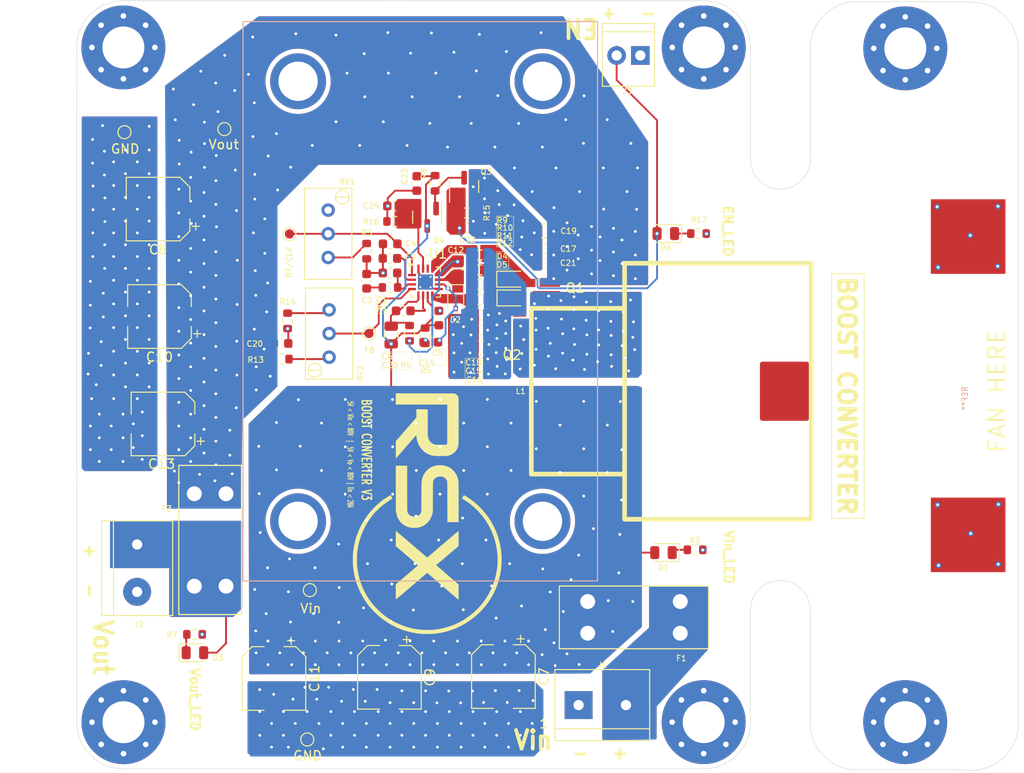
<source format=kicad_pcb>
(kicad_pcb (version 20240108) (generator "pcbnew") (generator_version "8.0")
  (layers (0 "F.Cu" signal) (1 "In1.Cu" signal) (2 "In2.Cu" signal) (31 "B.Cu" signal) (34 "B.Paste" user) (35 "F.Paste" user) (36 "B.SilkS" user "B.Silkscreen") (37 "F.SilkS" user "F.Silkscreen") (38 "B.Mask" user) (39 "F.Mask" user) (44 "Edge.Cuts" user))
  (net 0 "")
  (net 1 "/COMP")
  (net 2 "GND")
  (net 3 "Net-(C2-Pad1)")
  (net 4 "/SS")
  (net 5 "/RT{slash}CLK")
  (net 6 "Vin")
  (net 7 "ISNS-")
  (net 8 "ISNS+")
  (net 9 "Vout")
  (net 10 "/BOOT")
  (net 11 "/Vcc")
  (net 12 "EN_CTRL")
  (net 13 "Net-(D1-K)")
  (net 14 "Net-(D3-K)")
  (net 15 "/HDRV")
  (net 16 "Net-(D4-K)")
  (net 17 "/LDRV")
  (net 18 "Net-(D5-K)")
  (net 19 "Net-(D6-K)")
  (net 20 "ENABLE")
  (net 21 "Bat")
  (net 22 "Net-(Q3-D)")
  (net 23 "Net-(R3-Pad1)")
  (net 24 "/HDRV_CTRL")
  (net 25 "/LDRV_CTRL")
  (net 26 "Net-(R13-Pad2)")
  (net 27 "Net-(R14-Pad2)")
  (net 29 "FB")
  (net 31 "SW")
  (footprint "rsx_resistors:Potentiometer_Bourns_3296W_Vertical_DL" (layer "F.Cu") (at 63.715 94.34 -90)
    (property "Reference" "RV2")
    (property "Value" "100k")
  )
  (footprint "TestPoint:TestPoint_Pad_D1.0mm" (layer "F.Cu") (at 59.465 81.115 180)
    (property "Reference" "RT/CLK")
    (property "Value" "TestPoint")
  )
  (footprint "rsx_capacitors:C_0603_1608Metric" (layer "F.Cu") (at 77.49 84.865 90)
    (property "Reference" "C12")
    (property "Value" "0.1uf")
  )
  (footprint "rsx_headers_screw:Wurth_691210910002" (layer "F.Cu") (at 96.318 61.97 180)
    (property "Reference" "J3")
    (property "Value" "Screw_Terminal_01x02")
  )
  (footprint "rsx_capacitors:C_0603_1608Metric" (layer "F.Cu") (at 78.475 80.485 180)
    (property "Reference" "C22")
    (property "Value" "0.1uf")
  )
  (footprint "rsx_headers_screw:Molex_0398800302" (layer "F.Cu") (at 43.135 114.43 -90)
    (property "Reference" "J2")
    (property "Value" "Screw_Terminal_01x02")
  )
  (footprint "TestPoint:TestPoint_Pad_D1.0mm" (layer "F.Cu") (at 41.775 70.2 180)
    (property "Reference" "GND")
    (property "Value" "TestPoint")
  )
  (footprint "rsx_misc:MountingHole_4.5mm_Pad_Via" (layer "F.Cu") (at 41.672532 133.49533 90)
    (property "Reference" "H2" (hide yes))
    (property "Value" "M2  PLATED")
  )
  (footprint "Package_DFN_QFN:WQFN-16-1EP_3x3mm_P0.5mm_EP1.6x1.6mm_ThermalVias" (layer "F.Cu") (at 74.04 86.2775)
    (property "Reference" "U1")
    (property "Value" "TPS43060RTE")
  )
  (footprint "Capacitor_SMD:CP_Elec_6.3x7.7" (layer "F.Cu") (at 45.53 89.975 180)
    (property "Reference" "C10")
    (property "Value" "100uf")
  )
  (footprint "rsx_resistors:R_0603_1608Metric" (layer "F.Cu") (at 49.29 124.075)
    (property "Reference" "R7")
    (property "Value" "4K7")
  )
  (footprint "rsx_capacitors:C_0805_2012Metric" (layer "F.Cu") (at 80.005 93.305 180)
    (property "Reference" "C16")
    (property "Value" "1uf")
  )
  (footprint "rsx_inductors:PQ2617BHA-XXXK" (layer "F.Cu") (at 100.475 97.99)
    (property "Reference" "L1")
    (property "Value" "15uH" (hide yes))
  )
  (footprint "LOGO" (layer "F.Cu") (at 74.16 109.88 -90)
    (property "Reference" "G***" (hide yes))
    (property "Value" "LOGO" (hide yes))
  )
  (footprint "rsx_diodes:D_SOD-323" (layer "F.Cu") (at 83.195 85.965)
    (property "Reference" "D4")
    (property "Value" "D_Schottky")
  )
  (footprint "rsx_diodes:D_SOD-323" (layer "F.Cu") (at 83.215 87.985)
    (property "Reference" "D5")
    (property "Value" "D_Schottky")
  )
  (footprint "rsx_headers_screw:Molex_0398800302" (layer "F.Cu") (at 90.463134 131.658943)
    (property "Reference" "J1")
    (property "Value" "Screw_Terminal_01x02")
  )
  (footprint "rsx_capacitors:C_0603_1608Metric" (layer "F.Cu") (at 73.12 75.7 -90)
    (property "Reference" "C23")
    (property "Value" "0.1uf")
  )
  (footprint "rsx_resistors:Potentiometer_Bourns_3296W_Vertical_DL" (layer "F.Cu") (at 63.615 78.56 90)
    (property "Reference" "RV1")
    (property "Value" "100k")
  )
  (footprint "rsx_misc:MountingHole_4.5mm_Pad_Via" (layer "F.Cu") (at 125.477532 133.48736 180)
    (property "Reference" "H2" (hide yes))
    (property "Value" "M2  PLATED")
  )
  (footprint "rsx_capacitors:C_0603_1608Metric" (layer "F.Cu") (at 70.245 85.3 180)
    (property "Reference" "C1")
    (property "Value" "1.5nf")
  )
  (footprint "rsx_resistors:R_0603_1608Metric" (layer "F.Cu") (at 78.465 78.865)
    (property "Reference" "R15")
    (property "Value" "10k")
  )
  (footprint "rsx_resistors:R_0603_1608Metric" (layer "F.Cu") (at 70.74 79.775 180)
    (property "Reference" "R16")
    (property "Value" "10k")
  )
  (footprint "Resistor_SMD:R_0603_1608Metric" (layer "F.Cu") (at 67.74 82.965 -90)
    (property "Reference" "R3")
    (property "Value" "150k")
  )
  (footprint "rsx_misc:MountingHole_4.5mm_Pad_Via" (layer "F.Cu") (at 103.882532 61.10736 -90)
    (property "Reference" "H2" (hide yes))
    (property "Value" "M2  PLATED")
  )
  (footprint "Capacitor_SMD:CP_Elec_6.3x7.7" (layer "F.Cu") (at 45.38 78.45 180)
    (property "Reference" "C8")
    (property "Value" "100uf")
  )
  (footprint "rsx_capacitors:C_0603_1608Metric" (layer "F.Cu") (at 86.77 84.275 180)
    (property "Reference" "C21")
    (property "Value" "0.1uf")
  )
  (footprint "rsx_resistors:R_0603_1608Metric" (layer "F.Cu") (at 79.89 86.555)
    (property "Reference" "R11")
    (property "Value" "1")
  )
  (footprint "rsx_leds:LED_0805_2012Metric" (layer "F.Cu") (at 99.8125 81.075 180)
    (property "Reference" "D6")
    (property "Value" "LED_G")
  )
  (footprint "TestPoint:TestPoint_Pad_D1.0mm" (layer "F.Cu") (at 61.65 119.325 180)
    (property "Reference" "Vin")
    (property "Value" "TestPoint")
  )
  (footprint "TestPoint:TestPoint_Pad_D1.0mm" (layer "F.Cu") (at 67.99 91.79 180)
    (property "Reference" "FB")
    (property "Value" "TestPoint")
  )
  (footprint "rsx_leds:LED_0805_2012Metric" (layer "F.Cu") (at 99.5625 115.3 180)
    (property "Reference" "D1")
    (property "Value" "LED_G")
  )
  (footprint "rsx_capacitors:C_0603_1608Metric" (layer "F.Cu") (at 70.24 83.74 180)
    (property "Reference" "C3")
    (property "Value" "0.1uf")
  )
  (footprint "rsx_packages_TO_SOT:SOT-23" (layer "F.Cu") (at 78.19 76.0275 90)
    (property "Reference" "Q3")
    (property "Value" "2N7002K")
  )
  (footprint "TestPoint:TestPoint_Pad_D1.0mm" (layer "F.Cu") (at 52.49 69.87 180)
    (property "Reference" "Vout")
    (property "Value" "TestPoint")
  )
  (footprint "rsx_fuses:FUSE_3568-10" (layer "F.Cu") (at 50.965 113.945 90)
    (property "Reference" "F3")
    (property "Value" "Fuse_Holder_Auto")
  )
  (footprint "rsx_capacitors:C_0603_1608Metric" (layer "F.Cu") (at 58.565 92.865)
    (property "Reference" "C20")
    (property "Value" "0.1uf")
  )
  (footprint "rsx_capacitors:C_0603_1608Metric" (layer "F.Cu") (at 74.615 92.73 180)
    (property "Reference" "C14")
    (property "Value" "4.7uf")
  )
  (footprint "rsx_capacitors:C_0603_1608Metric" (layer "F.Cu") (at 86.83 82.705 180)
    (property "Reference" "C17")
    (property "Value" "0.1uf")
  )
  (footprint "rsx_capacitors:C_0603_1608Metric" (layer "F.Cu") (at 70.26 82.18 180)
    (property "Reference" "C4")
    (property "Value" "0.1uf")
  )
  (footprint "rsx_capacitors:C_0603_1608Metric" (layer "F.Cu") (at 70.73 78.115 180)
    (property "Reference" "C24")
    (property "Value" "0.1uf")
  )
  (footprint "rsx_capacitors:C_0603_1608Metric" (layer "F.Cu") (at 71.665 89.365 180)
    (property "Reference" "C6")
    (property "Value" "0.1 uf")
  )
  (footprint "Capacitor_SMD:CP_Elec_6.3x7.7" (layer "F.Cu") (at 45.905 101.5 180)
    (property "Reference" "C13")
    (property "Value" "100uf")
  )
  (footprint "rsx_diodes:D_SOD-323" (layer "F.Cu") (at 77.29 88.065 -90)
    (property "Reference" "D2")
    (property "Value" "D_Schottky")
  )
  (footprint "rsx_capacitors:C_0603_1608Metric" (layer "F.Cu") (at 75.48 90.14 90)
    (property "Reference" "C5")
    (property "Value" "0.1uf")
  )
  (footprint "Capacitor_SMD:CP_Elec_6.3x7.7" (layer "F.Cu") (at 82.4 128.6 -90)
    (property "Reference" "C7")
    (property "Value" "100uf")
  )
  (footprint "rsx_resistors:R_0603_1608Metric" (layer "F.Cu") (at 72.34 91.765 -90)
    (property "Reference" "R4")
    (property "Value" "750")
  )
  (footprint "footprints:GAN7R0-150LBEZ" (layer "F.Cu") (at 83.395 91.0967 180)
    (property "Reference" "Q2")
    (property "Value" "GAN7R0-150LBEZ" (hide yes))
  )
  (footprint "Capacitor_SMD:CP_Elec_6.3x7.7" (layer "F.Cu") (at 57.8 128.8 -90)
    (property "Reference" "C11")
    (property "Value" "100uf")
  )
  (footprint "rsx_fuses:FUSE_3568-10" (layer "F.Cu") (at 96.4 122.25 180)
    (property "Reference" "F1")
    (property "Value" "Fuse_Holder_Auto")
  )
  (footprint "TestPoint:TestPoint_Pad_D1.0mm" (layer "F.Cu") (at 61.375 135.35 180)
    (property "Reference" "GND")
    (property "Value" "TestPoint")
  )
  (footprint "rsx_misc:MountingHole_4.5mm_Pad_Via" (layer "F.Cu") (at 103.872532 133.48736 180)
    (property "Reference" "H2" (hide yes))
    (property "Value" "M2  PLATED")
  )
  (footprint "rsx_resistors:R_0603_1608Metric" (layer "F.Cu") (at 75.075 75.68 90)
    (property "Reference" "R8")
    (property "Value" "10k")
  )
  (footprint "rsx_resistors:R_0603_1608Metric" (layer "F.Cu") (at 79.88 84.975)
    (property "Reference" "R10")
    (property "Value" "1")
  )
  (footprint "rsx_capacitors:C_0603_1608Metric" (layer "F.Cu") (at 79.915 91.435 180)
    (property "Reference" "C15")
    (property "Value" "0.1uf")
  )
  (footprint "rsx_resistors:R_0603_1608Metric" (layer "F.Cu") (at 103.3175 81.0775)
    (property "Reference" "R17")
    (property "Value" "4K7")
  )
  (footprint "footprints:GAN7R0-150LBEZ" (layer "F.Cu") (at 87.0108 86.91 -90)
    (property "Reference" "Q1")
    (property "Value" "GAN7R0-150LBEZ" (hide yes))
  )
  (footprint "rsx_misc:MountingHole_4.5mm_Pad_Via" (layer "F.Cu") (at 125.486047 61.203845 -90)
    (property "Reference" "H2" (hide yes))
    (property "Value" "M2  PLATED")
  )
  (footprint "rsx_resistors:R_0603_1608Metric" (layer "F.Cu") (at 102.95 115)
    (property "Reference" "R2")
    (property "Value" "4K7")
  )
  (footprint "rsx_resistors:R_0603_1608Metric" (layer "F.Cu") (at 79.88 83.365)
    (property "Reference" "R9")
    (property "Value" "1")
  )
  (footprint "rsx_resistors:R_0603_1608Metric" (layer "F.Cu") (at 59.265 90.44 90)
    (property "Reference" "R14")
    (property "Value" "10k")
  )
  (footprint "Capacitor_SMD:CP_Elec_6.3x7.7" (layer "F.Cu") (at 70.18 128.68 -90)
    (property "Reference" "C9")
    (property "Value" "100uf")
  )
  (footprint "rsx_resistors:R_0603_1608Metric" (layer "F.Cu") (at 74.02 92.04 -90)
    (property "Reference" "R5")
    (property "Value" "750")
  )
  (footprint "rsx_resistors:R_0603_1608Metric" (layer "F.Cu") (at 58.59 94.54)
    (property "Reference" "R13")
    (property "Value" "150k")
  )
  (footprint "rsx_capacitors:C_0805_2012Metric" (layer "F.Cu") (at 86.75 80.795 180)
    (property "Reference" "C19")
    (property "Value" "1uf")
  )
  (footprint "rsx_misc:MountingHole_4.5mm_Pad_Via" (layer "F.Cu") (at 41.661047 61.108845)
    (property "Reference" "H2" (hide yes))
    (property "Value" "M2  PLATED")
  )
  (footprint "rsx_capacitors:C_0603_1608Metric" (layer "F.Cu") (at 67.74 86.19 90)
    (property "Reference" "C2")
    (property "Value" "33nf")
  )
  (footprint "rsx_leds:LED_0805_2012Metric" (layer "F.Cu") (at 49.33 126.04)
    (property "Reference" "D3")
    (property "Value" "LED_G")
  )
  (footprint "rsx_packages_TO_SOT:SOT-23" (layer "F.Cu") (at 74.235 79.3225 -90)
    (property "Reference" "Q4")
    (property "Value" "BSS83P")
  )
  (footprint "rsx_resistors:R_0603_1608Metric" (layer "F.Cu") (at 70.245 86.86 180)
    (property "Reference" "R1")
    (property "Value" "15k")
  )
  (footprint "rsx_resistors:R_0603_1608Metric" (layer "F.Cu") (at 79.895 88.145)
    (property "Reference" "R12")
    (property "Value" "1")
  )
  (footprint "rsx_capacitors:C_0603_1608Metric" (layer "F.Cu") (at 79.985 89.805 180)
    (property "Reference" "C18")
    (property "Value" "0.1uf")
  )
  (footprint "rsx_capacitors:C_0805_2012Metric" (layer "F.Cu") (at 70.37 91.96 -90)
    (property "Reference" "C25")
    (property "Value" "1uf")
  )
  (footprint "rsx_misc:40mmFan" (layer "B.Cu") (at 132.226047 97.398845 -90)
    (property "Reference" "F2" (hide yes))
    (property "Value" "40mm_by_20mm_Fan_Vertical" (hide yes))
  )
  (footprint "rsx_misc:ATS-1139-C1-R0" (layer "B.Cu") (at 73.49 88.34 90)
    (property "Reference" "HW1" (hide yes))
    (property "Value" "Board_Mount_Heat_Sink_Screw_2.5C/W" (hide yes))
  )
  (gr_rect (start 68.75 87.775) (end 70.05 89.635) (stroke (width 0.05)) (fill none) (layer "F.SilkS"))
  (gr_rect (start 78.29 94.4525) (end 80.18 97.2675) (stroke (width 0.05)) (fill none) (layer "F.SilkS"))
  (gr_rect (start 81.67 83.035) (end 82.96 84.885) (stroke (width 0.05)) (fill none) (layer "F.SilkS"))
  (gr_rect (start 73.425 93.4) (end 76.255 95.23) (stroke (width 0.05)) (fill none) (layer "F.SilkS"))
  (gr_rect (start 117.585 85.3735) (end 121.075 111.6265) (stroke (width 0.1)) (fill none) (layer "F.SilkS"))
  (gr_rect (start 69.365 93.77) (end 72.585 95.67) (stroke (width 0.05)) (fill none) (layer "F.SilkS"))
  (gr_rect (start 81.66 79.21) (end 83.49 82.505) (stroke (width 0.05)) (fill none) (layer "F.SilkS"))
  (gr_line (start 41.657532 56.09736) (end 103.894017 56.103845) (stroke (width 0.05)) (layer "Edge.Cuts"))
  (gr_line (start 115.296047 133.583844) (end 115.296047 121.583844) (stroke (width 0.05)) (layer "Edge.Cuts"))
  (gr_line (start 137.601047 61.253846) (end 137.601048 133.643844) (stroke (width 0.05)) (layer "Edge.Cuts"))
  (gr_arc (start 36.657532 61.09736) (mid 37.038134 59.183943) (end 38.121998 57.561826) (stroke (width 0.05)) (layer "Edge.Cuts"))
  (gr_arc (start 132.601047 56.253846) (mid 134.514464 56.634448) (end 136.136581 57.718312) (stroke (width 0.05)) (layer "Edge.Cuts"))
  (gr_line (start 108.894017 61.103845) (end 108.894017 73.103845) (stroke (width 0.05)) (layer "Edge.Cuts"))
  (gr_line (start 130.296047 138.583844) (end 132.601048 138.643844) (stroke (width 0.05)) (layer "Edge.Cuts"))
  (gr_arc (start 38.125513 137.034379) (mid 37.041649 135.412262) (end 36.661047 133.498845) (stroke (width 0.05)) (layer "Edge.Cuts"))
  (gr_arc (start 107.411581 137.034379) (mid 105.789464 138.118243) (end 103.876047 138.498845) (stroke (width 0.05)) (layer "Edge.Cuts"))
  (gr_arc (start 136.136581 57.718312) (mid 137.220444 59.340429) (end 137.601047 61.253846) (stroke (width 0.05)) (layer "Edge.Cuts"))
  (gr_line (start 115.296046 61.193846) (end 115.296046 73.193846) (stroke (width 0.05)) (layer "Edge.Cuts"))
  (gr_line (start 120.296546 56.193346) (end 130.296046 56.193846) (stroke (width 0.05)) (layer "Edge.Cuts"))
  (gr_arc (start 108.876047 133.498845) (mid 108.495445 135.412262) (end 107.411581 137.034379) (stroke (width 0.05)) (layer "Edge.Cuts"))
  (gr_arc (start 108.876047 121.498845) (mid 112.128825 118.288844) (end 115.295486 121.583829) (stroke (width 0.05)) (layer "Edge.Cuts"))
  (gr_arc (start 107.429551 57.568311) (mid 108.513415 59.190428) (end 108.894017 61.103845) (stroke (width 0.05)) (layer "Edge.Cuts"))
  (gr_arc (start 38.121998 57.561826) (mid 39.744115 56.477962) (end 41.657532 56.09736) (stroke (width 0.05)) (layer "Edge.Cuts"))
  (gr_arc (start 115.296046 61.193846) (mid 116.760659 57.657959) (end 120.296546 56.193346) (stroke (width 0.05)) (layer "Edge.Cuts"))
  (gr_arc (start 41.661047 138.498845) (mid 39.74763 138.118243) (end 38.125513 137.034379) (stroke (width 0.05)) (layer "Edge.Cuts"))
  (gr_arc (start 115.295414 73.193828) (mid 112.050352 76.30486) (end 108.894017 73.103845) (stroke (width 0.05)) (layer "Edge.Cuts"))
  (gr_line (start 130.296046 56.193846) (end 132.601047 56.253846) (stroke (width 0.05)) (layer "Edge.Cuts"))
  (gr_line (start 120.296047 138.583844) (end 130.296047 138.583844) (stroke (width 0.05)) (layer "Edge.Cuts"))
  (gr_line (start 36.661047 133.498845) (end 36.657532 61.09736) (stroke (width 0.05)) (layer "Edge.Cuts"))
  (gr_arc (start 120.296047 138.583844) (mid 116.760513 137.119378) (end 115.296047 133.583844) (stroke (width 0.05)) (layer "Edge.Cuts"))
  (gr_arc (start 103.894017 56.103845) (mid 105.807434 56.484447) (end 107.429551 57.568311) (stroke (width 0.05)) (layer "Edge.Cuts"))
  (gr_arc (start 137.601048 133.643844) (mid 137.220446 135.557261) (end 136.136582 137.179378) (stroke (width 0.05)) (layer "Edge.Cuts"))
  (gr_arc (start 136.136582 137.179378) (mid 134.514465 138.263242) (end 132.601048 138.643844) (stroke (width 0.05)) (layer "Edge.Cuts"))
  (gr_line (start 108.876047 133.498845) (end 108.876047 121.498845) (stroke (width 0.05)) (layer "Edge.Cuts"))
  (gr_line (start 41.661047 138.498845) (end 103.876047 138.498845) (stroke (width 0.05)) (layer "Edge.Cuts"))
  (gr_text "+   -" (at 92.77 58.12 0) (layer "F.SilkS") (effects (font (size 1.2 1.2) (thickness 0.3) (bold yes)) (justify left bottom)))
  (gr_text "+   -" (at 37.4 114.2 -90) (layer "F.SilkS") (effects (font (size 1.2 1.2) (thickness 0.3) (bold yes)) (justify left bottom)))
  (gr_text "Vout_LED\n\n" (at 47.1225 127.53375 270) (layer "F.SilkS") (effects (font (size 1 1) (thickness 0.25) (bold yes)) (justify left bottom)))
  (gr_text "Vin_LED\n\n" (at 104.375 112.775 -90) (layer "F.SilkS") (effects (font (size 1 1) (thickness 0.25) (bold yes)) (justify left bottom)))
  (gr_text "Vin\n" (at 83.32 136.6 0) (layer "F.SilkS") (effects (font (size 2 1.8) (thickness 0.4) (bold yes)) (justify left bottom)))
  (gr_text "BOOST CONVERTER\n" (at 118.155 98.475 -90) (layer "F.SilkS") (effects (font (size 1.8 1.8) (thickness 0.45) (bold yes)) (justify bottom)))
  (gr_text "5V < Vin < 80V  |  5V < Vo < 80V | Iin < 28A " (at 65.64 99.005 270) (layer "F.SilkS") (effects (font (size 0.6 0.3) (thickness 0.075) (bold yes)) (justify left bottom)))
  (gr_text "EN" (at 92.73 57.86 180) (layer "F.SilkS") (effects (font (size 2 1.8) (thickness 0.4) (bold yes)) (justify left bottom)))
  (gr_text "+   -" (at 95.8 136.275 180) (layer "F.SilkS") (effects (font (size 1.2 1.2) (thickness 0.3) (bold yes)) (justify left bottom)))
  (gr_text "BOOST CONVERTER V3\n\n\n" (at 63.91 98.765 270) (layer "F.SilkS") (effects (font (size 1 0.65)) (justify left bottom)))
  (gr_text "EN_LED\n\n" (at 104.275 77.95 270) (layer "F.SilkS") (effects (font (size 1 1) (thickness 0.25) (bold yes)) (justify left bottom)))
  (gr_text "FAN HERE\n" (at 136.35 97.94 90) (layer "F.SilkS") (effects (font (size 1.8 1.8) (thickness 0.2)) (justify bottom)))
  (gr_text "Vout\n\n" (at 35.08 122.3 270) (layer "F.SilkS") (effects (font (size 2 1.8) (thickness 0.4) (bold yes)) (justify left bottom)))
  (segment (start 71.02 85.3) (end 71.02 85.510685) (width 0.2) (layer "F.Cu") (net 1))
  (segment (start 71.07 85.35) (end 71.02 85.3) (width 0.2) (layer "F.Cu") (net 1))
  (segment (start 71.07 86.86) (end 71.19 86.98) (width 0.2) (layer "F.Cu") (net 1))
  (segment (start 71.698114 86.98) (end 72.150614 86.5275) (width 0.2) (layer "F.Cu") (net 1))
  (segment (start 71.19 86.98) (end 71.698114 86.98) (width 0.2) (layer "F.Cu") (net 1))
  (segment (start 71.07 86.86) (end 71.07 85.35) (width 0.2) (layer "F.Cu") (net 1))
  (segment (start 71.02 86.81) (end 71.07 86.86) (width 0.2) (layer "F.Cu") (net 1))
  (segment (start 72.150614 86.5275) (end 72.6025 86.5275) (width 0.2) (layer "F.Cu") (net 1))
  (segment (start 70 77.27) (end 70.795 76.475) (width 0.2) (layer "F.Cu") (net 2))
  (segment (start 68.17 83.78) (end 68.15 83.8) (width 0.2) (layer "F.Cu") (net 2))
  (segment (start 69.915 78.155) (end 69.955 78.115) (width 0.2) (layer "F.Cu") (net 2))
  (segment (start 69.47 83.745) (end 69.465 83.74) (width 0.2) (layer "F.Cu") (net 2))
  (segment (start 59.265 91.265) (end 59.275 91.275) (width 0.2) (layer "F.Cu") (net 2))
  (segment (start 69.955 78.115) (end 69.955 79.735) (width 0.2) (layer "F.Cu") (net 2))
  (segment (start 69.945 78.125) (end 69.955 78.115) (width 0.2) (layer "F.Cu") (net 2))
  (segment (start 75.4775 87.0275) (end 75.4275 86.9775) (width 0.2) (layer "F.Cu") (net 2))
  (segment (start 69.47 85.3) (end 69.5 85.3) (width 0.2) (layer "F.Cu") (net 2))
  (segment (start 73.12 76.475) (end 70.795 76.475) (width 0.2) (layer "F.Cu") (net 2))
  (segment (start 73.4 85.6375) (end 73.49 85.7275) (width 0.2) (layer "F.Cu") (net 2))
  (segment (start 73.29 84.84) (end 73.29 85.277499) (width 0.2) (layer "F.Cu") (net 2))
  (segment (start 59.34 92.865) (end 59.34 91.34) (width 0.2) (layer "F.Cu") (net 2))
  (segment (start 67.74 83.79) (end 67.74 85.415) (width 0.2) (layer "F.Cu") (net 2))
  (segment (start 69.955 79.735) (end 69.915 79.775) (width 0.2) (layer "F.Cu") (net 2))
  (segment (start 68.155 83.805) (end 68.15 83.8) (width 0.2) (layer "F.Cu") (net 2))
  (segment (start 73.29 85.277499) (end 73.4 85.387499) (width 0.2) (layer "F.Cu") (net 2))
  (segment (start 67.855 85.3) (end 67.74 85.415) (width 0.2) (layer "F.Cu") (net 2))
  (segment (start 74.74 86.9775) (end 74.59 86.8275) (width 0.2) (layer "F.Cu") (net 2))
  (segment (start 73.4 85.387499) (end 73.4 85.6375) (width 0.2) (layer "F.Cu") (net 2))
  (segment (start 75.4275 86.9775) (end 74.74 86.9775) (width 0.2) (layer "F.Cu") (net 2))
  (segment (start 69.5 85.3) (end 69.47 83.745) (width 0.2) (layer "F.Cu") (net 2))
  (segment (start 70 78.125) (end 70 77.27) (width 0.2) (layer "F.Cu") (net 2))
  (segment (start 59.265 92.79) (end 59.34 92.865) (width 0.2) (layer "F.Cu") (net 2))
  (segment (start 69.485 83.72) (end 69.465 83.74) (width 0.2) (layer "F.Cu") (net 2))
  (segment (start 59.34 91.34) (end 59.275 91.275) (width 0.2) (layer "F.Cu") (net 2))
  (segment (start 69.47 85.3) (end 67.855 85.3) (width 0.2) (layer "F.Cu") (net 2))
  (segment (start 70 78.125) (end 69.945 78.125) (width 0.2) (layer "F.Cu") (net 2))
  (segment (start 69.485 82.18) (end 69.485 83.72) (width 0.2) (layer "F.Cu") (net 2))
  (via (at 41.885 82.275) (size 0.6) (drill 0.3) (layers "F.Cu" "B.Cu") (net 2))
  (via (at 44.425 94.975) (size 0.6) (drill 0.3) (layers "F.Cu" "B.Cu") (net 2))
  (via (at 38.36 70.98) (size 0.6) (drill 0.3) (layers "F.Cu" "B.Cu") (net 2))
  (via (at 39.68 79.79) (size 0.6) (drill 0.3) (layers "F.Cu" "B.Cu") (net 2))
  (via (at 44.425 97.515) (size 0.6) (drill 0.3) (layers "F.Cu" "B.Cu") (net 2))
  (via (at 37.875 96.15) (size 0.6) (drill 0.3) (layers "F.Cu" "B.Cu") (net 2))
  (via (at 80.41 133.63) (size 0.6) (drill 0.3) (layers "F.Cu" "B.Cu") (net 2))
  (via (at 132.45 81.275) (size 0.6) (drill 0.3) (layers "F.Cu" "B.Cu") (net 2))
  (via (at 43.155 83.545) (size 0.6) (drill 0.3) (layers "F.Cu" "B.Cu") (net 2))
  (via (at 62.39 131.025) (size 0.6) (drill 0.3) (layers "F.Cu" "B.Cu") (net 2))
  (via (at 38.755 97.29) (size 0.6) (drill 0.3) (layers "F.Cu" "B.Cu") (net 2))
  (via (at 79.16 76.055) (size 0.6) (drill 0.3) (layers "F.Cu" "B.Cu") (net 2))
  (via (at 76.545 130.155) (size 0.6) (drill 0.3) (layers "F.Cu" "B.Cu") (net 2))
  (via (at 82.85 79.145) (size 0.6) (drill 0.3) (layers "F.Cu" "B.Cu") (net 2))
  (via (at 81.725 95.325) (size 0.5) (drill 0.3) (layers "F.Cu" "B.Cu") (net 2))
  (via (at 44.425 74.655) (size 0.6) (drill 0.3) (layers "F.Cu" "B.Cu") (net 2))
  (via (at 77.87 133.63) (size 0.6) (drill 0.3) (layers "F.Cu" "B.Cu") (net 2))
  (via (at 44.425 72.115) (size 0.6) (drill 0.3) (layers "F.Cu" "B.Cu") (net 2))
  (via (at 70.25 131.4) (size 0.6) (drill 0.3) (layers "F.Cu" "B.Cu") (net 2))
  (via (at 77.87 136.17) (size 0.6) (drill 0.3) (layers "F.Cu" "B.Cu") (net 2))
  (via (at 41.885 97.515) (size 0.6) (drill 0.3) (layers "F.Cu" "B.Cu") (net 2))
  (via (at 41.885 92.435) (size 0.6) (drill 0.3) (layers "F.Cu" "B.Cu") (net 2))
  (via (at 75.33 136.17) (size 0.6) (drill 0.3) (layers "F.Cu" "B.Cu") (net 2))
  (via (at 75.33 133.63) (size 0.6) (drill 0.3) (layers "F.Cu" "B.Cu") (net 2))
  (via (at 81.68 132.36) (size 0.6) (drill 0.3) (layers "F.Cu" "B.Cu") (net 2))
  (via (at 58.82 132.36) (size 0.6) (drill 0.3) (layers "F.Cu" "B.Cu") (net 2))
  (via (at 129.05 116.675) (size 0.6) (drill 0.3) (layers "F.Cu" "B.Cu") (net 2))
  (via (at 66.44 132.36) (size 0.6) (drill 0.3) (layers "F.Cu" "B.Cu") (net 2))
  (via (at 103.775 115.025) (size 0.5) (drill 0.3) (layers "F.Cu" "B.Cu") (net 2))
  (via (at 41.885 84.815) (size 0.6) (drill 0.3) (layers "F.Cu" "B.Cu") (net 2))
  (via (at 72.79 131.4) (size 0.6) (drill 0.3) (layers "F.Cu" "B.Cu") (net 2))
  (via (at 44.425 84.815) (size 0.6) (drill 0.3) (layers "F.Cu" "B.Cu") (net 2))
  (via (at 38.125 86.2) (size 0.6) (drill 0.3) (layers "F.Cu" "B.Cu") (net 2))
  (via (at 63.66 129.755) (size 0.6) (drill 0.3) (layers "F.Cu" "B.Cu") (net 2))
  (via (at 44.425 77.195) (size 0.6) (drill 0.3) (layers "F.Cu" "B.Cu") (net 2))
  (via (at 74.06 130.13) (size 0.6) (drill 0.3) (layers "F.Cu" "B.Cu") (net 2))
  (via (at 43.685 100.22) (size 0.6) (drill 0.3) (layers "F.Cu" "B.Cu") (net 2))
  (via (at 40.615 88.625) (size 0.6) (drill 0.3) (layers "F.Cu" "B.Cu") (net 2))
  (via (at 39.505 90.015) (size 0.6) (drill 0.3) (layers "F.Cu" "B.Cu") (net 2))
  (via (at 43.155 81.005) (size 0.6) (drill 0.3) (layers "F.Cu" "B.Cu") (net 2))
  (via (at 39.655 82.275) (size 0.6) (drill 0.3) (layers "F.Cu" "B.Cu") (net 2))
  (via (at 40.615 83.545) (size 0.6) (drill 0.3) (layers "F.Cu" "B.Cu") (net 2))
  (via (at 43.155 91.165) (size 0.6) (drill 0.3) (layers "F.Cu" "B.Cu") (net 2))
  (via (at 85.715 80.995) (size 0.6) (drill 0.3) (layers "F.Cu" "B.Cu") (net 2))
  (via (at 44.425 69.575) (size 0.6) (drill 0.3) (layers "F.Cu" "B.Cu") (net 2))
  (via (at 40.615 86.085) (size 0.6) (drill 0.3) (layers "F.Cu" "B.Cu") (net 2))
  (via (at 43.155 98.785) (size 0.6) (drill 0.3) (layers "F.Cu" "B.Cu") (net 2))
  (via (at 85.575 131.175) (size 0.6) (drill 0.3) (layers "F.Cu" "B.Cu") (net 2))
  (via (at 57.55 133.63) (size 0.6) (drill 0.3) (layers "F.Cu" "B.Cu") (net 2))
  (via (at 43.155 73.385) (size 0.6) (drill 0.3) (layers "F.Cu" "B.Cu") (net 2))
  (via (at 63.1 136.35) (size 0.6) (drill 0.3) (layers "F.Cu" "B.Cu") (net 2))
  (via (at 80.725 94.525) (size 0.5) (drill 0.3) (layers "F.Cu" "B.Cu") (net 2))
  (via (at 38.125 88.75) (size 0.6) (drill 0.3) (layers "F.Cu" "B.Cu") (net 2))
  (via (at 80.8 96.15) (size 0.5) (drill 0.3) (layers "F.Cu" "B.Cu") (net 2))
  (via (at 59.85 131.025) (size 0.6) (drill 0.3) (layers "F.Cu" "B.Cu") (net 2))
  (via (at 79.085 130.155) (size 0.6) (drill 0.3) (layers "F.Cu" "B.Cu") (net 2))
  (via (at 72.79 133.63) (size 0.6) (drill 0.3) (layers "F.Cu" "B.Cu") (net 2))
  (via (at 104.175 81.1) (size 0.5) (drill 0.3) (layers "F.Cu" "B.Cu") (net 2))
  (via (at 82.65 90.45) (size 0.5) (drill 0.3) (layers "F.Cu" "B.Cu") (net 2))
  (via (at 39.63 74.79) (size 0.6) (drill 0.3) (layers "F.Cu" "B.Cu") (net 2))
  (via (at 82.95 136.17) (size 0.6) (drill 0.3) (layers "F.Cu" "B.Cu") (net 2))
  (via (at 43.155 78.465) (size 0.6) (drill 0.3) (layers "F.Cu" "B.Cu") (net 2))
  (via (at 44.425 92.435) (size 0.6) (drill 0.3) (layers "F.Cu" "B.Cu") (net 2))
  (via (at 84.375 81.45) (size 0.6) (drill 0.3) (layers "F.Cu" "B.Cu") (net 2))
  (via (at 38.255 98.79) (size 0.6) (drill 0.3) (layers "F.Cu" "B.Cu") (net 2))
  (via (at 41.885 89.895) (size 0.6) (drill 0.3) (layers "F.Cu" "B.Cu") (net 2))
  (via (at 40.355 101.715) (size 0.6) (drill 0.3) (layers "F.Cu" "B.Cu") (net 2))
  (via (at 128.9 78.2) (size 0.6) (drill 0.3) (layers "F.Cu" "B.Cu") (net 2))
  (via (at 38.36 73.52) (size 0.6) (drill 0.3) (layers "F.Cu" "B.Cu") (net 2))
  (via (at 82.95 133.63) (size 0.6) (drill 0.3) (layers "F.Cu" "B.Cu") (net 2))
  (via (at 50.115 124.075) (size 0.5) (drill 0.3) (layers "F.Cu" "B.Cu") (net 2))
  (via (at 57.775 130.5) (size 0.6) (drill 0.3) (layers "F.Cu" "B.Cu") (net 2))
  (via (at 44.425 82.275) (size 0.6) (drill 0.3) (layers "F.Cu" "B.Cu") (net 2))
  (via (at 43.155 93.705) (size 0.6) (drill 0.3) (layers "F.Cu" "B.Cu") (net 2))
  (via (at 59.35 136.175) (size 0.6) (drill 0.3) (layers "F.Cu" "B.Cu") (net 2))
  (via (at 129 84.7) (size 0.6) (drill 0.3) (layers "F.Cu" "B.Cu") (net 2))
  (via (at 81.95 77.975) (size 0.6) (drill 0.3) (layers "F.Cu" "B.Cu") (net 2))
  (via (at 135.425 78.15) (size 0.6) (drill 0.3) (layers "F.Cu" "B.Cu") (net 2))
  (via (at 81.975 89.65) (size 0.5) (drill 0.3) (layers "F.Cu" "B.Cu") (net 2))
  (via (at 39.28 92.675) (size 0.6) (drill 0.3) (layers "F.Cu" "B.Cu") (net 2))
  (via (at 56.275 130) (size 0.6) (drill 0.3) (layers "F.Cu" "B.Cu") (net 2))
  (via (at 81.7 90.875) (size 0.5) (drill 0.3) (layers "F.Cu" "B.Cu") (net 2))
  (via (at 41.625 100.445) (size 0.6) (drill 0.3) (layers "F.Cu" "B.Cu") (net 2))
  (via (at 66.32 129.98) (size 0.6) (drill 0.3) (layers "F.Cu" "B.Cu") (net 2))
  (via (at 82.815 131.375) (size 0.6) (drill 0.3) (layers "F.Cu" "B.Cu") (net 2))
  (via (at 81.705 92.325) (size 0.5) (drill 0.3) (layers "F.Cu" "B.Cu") (net 2))
  (via (at 41.885 72.115) (size 0.6) (drill 0.3) (layers "F.Cu" "B.Cu") (net 2))
  (via (at 82.75 94.6) (size 0.5) (drill 0.3) (layers "F.Cu" "B.Cu") (net 2))
  (via (at 56.28 134.9) (size 0.6) (drill 0.3) (layers "F.Cu" "B.Cu") (net 2))
  (via (at 84.22 132.36) (size 0.6) (drill 0.3) (layers "F.Cu" "B.Cu") (net 2))
  (via (at 65.05 131.25) (size 0.6) (drill 0.3) (layers "F.Cu" "B.Cu") (net 2))
  (via (at 39.505 87.475) (size 0.6) (drill 0.3) (layers "F.Cu" "B.Cu") (net 2))
  (via (at 38.41 78.52) (size 0.6) (drill 0.3) (layers "F.Cu" "B.Cu") (net 2))
  (via (at 82.65 93.375) (size 0.5) (drill 0.3) (layers "F.Cu" "B.Cu") (net 2))
  (via (at 40.615 81.005) (size 0.6) (drill 0.3) (layers "F.Cu" "B.Cu") (net 2))
  (via (at 40.355 104.255) (size 0.6) (drill 0.3) (layers "F.Cu" "B.Cu") (net 2))
  (via (at 76.6 132.36) (size 0.6) (drill 0.3) (layers "F.Cu" "B.Cu") (net 2))
  (via (at 79.185 79.755) (size 0.6) (drill 0.3) (layers "F.Cu" "B.Cu") (net 2))
  (via (at 67.71 133.63) (size 0.6) (drill 0.3) (layers "F.Cu" "B.Cu") (net 2))
  (via (at 71.52 134.9) (size 0.6) (drill 0.3) (layers "F.Cu" "B.Cu") (net 2))
  (via (at 41.885 87.355) (size 0.6) (drill 0.3) (layers "F.Cu" "B.Cu") (net 2))
  (via (at 67.71 136.17) (size 0.6) (drill 0.3) (layers "F.Cu" "B.Cu") (net 2))
  (via (at 82.85 81.375) (size 0.6) (drill 0.3) (layers "F.Cu" "B.Cu") (net 2))
  (via (at 39.68 77.25) (size 0.6) (drill 0.3) (layers "F.Cu" "B.Cu") (net 2))
  (via (at 63.9 132.36) (size 0.6) (drill 0.3) (layers "F.Cu" "B.Cu") (net 2))
  (via (at 38.125 101.715) (size 0.6) (drill 0.3) (layers "F.Cu" "B.Cu") (net 2))
  (via (at 84.5 79.7) (size 0.6) (drill 0.3) (layers "F.Cu" "B.Cu") (net 2))
  (via (at 40.615 91.165) (size 0.6) (drill 0.3) (layers "F.Cu" "B.Cu") (net 2))
  (via (at 80.85 92.975) (size 0.5) (drill 0.3) (layers "F.Cu" "B.Cu") (net 2))
  (via (at 39.28 95.215) (size 0.6) (drill 0.3) (layers "F.Cu" "B.Cu") (net 2))
  (via (at 81.635 80.08) (size 0.6) (drill 0.3) (layers "F.Cu" "B.Cu") (net 2))
  (via (at 43.155 75.925) (size 0.6) (drill 0.3) (layers "F.Cu" "B.Cu") (net 2))
  (via (at 81.8 76.475) (size 0.6) (drill 0.3) (layers "F.Cu" "B.Cu") (net 2))
  (via (at 80.4 81.05) (size 0.6) (drill 0.3) (layers "F.Cu" "B.Cu") (net 2))
  (via (at 44.425 89.895) (size 0.6) (drill 0.3) (layers "F.Cu" "B.Cu") (net 2))
  (via (at 39.085 100.445) (size 0.6) (drill 0.3) (layers "F.Cu" "B.Cu") (net 2))
  (via (at 74.06 92.5) (size 0.5) (drill 0.3) (layers "F.Cu" "B.Cu") (net 2))
  (via (at 43.685 102.76) (size 0.6) (drill 0.3) (layers "F.Cu" "B.Cu") (net 2))
  (via (at 74.06 132.36) (size 0.6) (drill 0.3) (layers "F.Cu" "B.Cu") (net 2))
  (via (at 77.815 131.425) (size 0.6) (drill 0.3) (layers "F.Cu" "B.Cu") (net 2))
  (via (at 37.925 93.925) (size 0.6) (drill 0.3) (layers "F.Cu" "B.Cu") (net 2))
  (via (at 59.275 91.275) (size 0.5) (drill 0.3) (layers "F.Cu" "B.Cu") (net 2))
  (via (at 39.655 84.815) (size 0.6) (drill 0.3) (layers "F.Cu" "B.Cu") (net 2))
  (via (at 85.425 83.35) (size 0.6) (drill 0.3) (layers "F.Cu" "B.Cu") (net 2))
  (via (at 38.385 81.005) (size 0.6) (drill 0.3) (layers "F.Cu" "B.Cu") (net 2))
  (via (at 61.36 132.36) (size 0.6) (drill 0.3) (layers "F.Cu" "B.Cu") (net 2))
  (via (at 43.685 105.3) (size 0.6) (drill 0.3) (layers "F.Cu" "B.Cu") (net 2))
  (via (at 80.785 89.805) (size 0.5) (drill 0.3) (layers "F.Cu" "B.Cu") (net 2))
  (via (at 71.52 130.13) (size 0.6) (drill 0.3) (layers "F.Cu" "B.Cu") (net 2))
  (via (at 40.615 75.925) (size 0.6) (drill 0.3) (layers "F.Cu" "B.Cu") (net 2))
  (via (at 81.625 93.85) (size 0.5) (drill 0.3) (layers "F.Cu" "B.Cu") (net 2))
  (via (at 39.085 102.985) (size 0.6) (drill 0.3) (layers "F.Cu" "B.Cu") (net 2))
  (via (at 41.625 105.525) (size 0.6) (drill 0.3) (layers "F.Cu" "B.Cu") (net 2))
  (via (at 68.98 134.9) (size 0.6) (drill 0.3) (layers "F.Cu" "B.Cu") (net 2))
  (via (at 132.5 113.25) (size 0.6) (drill 0.3) (layers "F.Cu" "B.Cu") (net 2))
  (via (at 60.09 133.63) (size 0.6) (drill 0.3) (layers "F.Cu" "B.Cu") (net 2))
  (via (at 83.55 78) (size 0.6) (drill 0.3) (layers "F.Cu" "B.Cu") (net 2))
  (via (at 39.43 69.49) (size 0.6) (drill 0.3) (layers "F.Cu" "B.Cu") (net 2))
  (via (at 80.375 75.12) (size 0.6) (drill 0.3) (layers "F.Cu" "B.Cu") (net 2))
  (via (at 84.085 130.105) (size 0.6) (drill 0.3) (layers "F.Cu" "B.Cu") (net 2))
  (via (at 80.4 78.82) (size 0.6) (drill 0.3) (layers "F.Cu" "B.Cu") (net 2))
  (via (at 39.085 105.525) (size 0.6) (drill 0.3) (layers "F.Cu" "B.Cu") (net 2))
  (via (at 41.625 102.985) (size 0.6) (drill 0.3) (layers "F.Cu" "B.Cu") (net 2))
  (via (at 70.25 133.63) (size 0.6) (drill 0.3) (layers "F.Cu" "B.Cu") (net 2))
  (via (at 38.125 104.255) (size 0.6) (drill 0.3) (layers "F.Cu" "B.Cu") (net 2))
  (via (at 74.06 134.9) (size 0.6) (drill 0.3) (layers "F.Cu" "B.Cu") (net 2))
  (via (at 80.41 136.17) (size 0.6) (drill 0.3) (layers "F.Cu" "B.Cu") (net 2))
  (via (at 80.375 77.35) (size 0.6) (drill 0.3) (layers "F.Cu" "B.Cu") (net 2))
  (via (at 43.155 88.625) (size 0.6) (drill 0.3) (layers "F.Cu" "B.Cu") (net 2))
  (via (at 44.425 79.735) (size 0.6) (drill 0.3) (layers "F.Cu" "B.Cu") (net 2))
  (via (at 43.155 96.245) (size 0.6) (drill 0.3) (layers "F.Cu" "B.Cu") (net 2))
  (via (at 82.6 96.125) (size 0.5) (drill 0.3) (layers "F.Cu" "B.Cu") (net 2))
  (via (at 79.14 134.9) (size 0.6) (drill 0.3) (layers "F.Cu" "B.Cu") (net 2))
  (via (at 68.86 129.98) (size 0.6) (drill 0.3) (layers "F.Cu" "B.Cu") (net 2))
  (via (at 38.41 75.98) (size 0.6) (drill 0.3) (layers "F.Cu" "B.Cu") (net 2))
  (via (at 39.63 72.25) (size 0.6) (drill 0.3) (layers "F.Cu" "B.Cu") (net 2))
  (via (at 56.28 132.36) (size 0.6) (drill 0.3) (layers "F.Cu" "B.Cu") (net 2))
  (via (at 44.425 87.355) (size 0.6) (drill 0.3) (layers "F.Cu" "B.Cu") (net 2))
  (via (at 135.4 84.575) (size 0.6) (drill 0.3) (layers "F.Cu" "B.Cu") (net 2))
  (via (at 70 78.125) (size 0.5) (drill 0.3) (layers "F.Cu" "B.Cu") (net 2))
  (via (at 62.63 133.63) (size 0.6) (drill 0.3) (layers "F.Cu" "B.Cu") (net 2))
  (via (at 135.475 110.125) (size 0.6) (drill 0.3) (layers "F.Cu" "B.Cu") (net 2))
  (via (at 41.885 74.655) (size 0.6) (drill 0.3) (layers "F.Cu" "B.Cu") (net 2))
  (via (at 67.59 131.25) (size 0.6) (drill 0.3) (layers "F.Cu" "B.Cu") (net 2))
  (via (at 43.155 86.085) (size 0.6) (drill 0.3) (layers "F.Cu" "B.Cu") (net 2))
  (via (at 61.12 129.755) (size 0.6) (drill 0.3) (layers "F.Cu" "B.Cu") (net 2))
  (via (at 66.44 134.9) (size 0.6) (drill 0.3) (layers "F.Cu" "B.Cu") (net 2))
  (via (at 81.545 130.105) (size 0.6) (drill 0.3) (layers "F.Cu" "B.Cu") (net 2))
  (via (at 40.615 98.785) (size 0.6) (drill 0.3) (layers "F.Cu" "B.Cu") (net 2))
  (via (at 69.5 85.3) (size 0.5) (drill 0.3) (layers "F.Cu" "B.Cu") (net 2))
  (via (at 70.25 136.17) (size 0.6) (drill 0.3) (layers "F.Cu" "B.Cu") (net 2))
  (via (at 38.1 91.2) (size 0.6) (drill 0.3) (layers "F.Cu" "B.Cu") (net 2))
  (via (at 57.55 136.17) (size 0.6) (drill 0.3) (layers "F.Cu" "B.Cu") (net 2))
  (via (at 65.17 136.17) (size 0.6) (drill 0.3) (layers "F.Cu" "B.Cu") (net 2))
  (via (at 84.22 134.9) (size 0.6) (drill 0.3) (layers "F.Cu" "B.Cu") (net 2))
  (via (at 41.885 94.975) (size 0.6) (drill 0.3) (layers "F.Cu" "B.Cu") (net 2))
  (via (at 41.885 77.195) (size 0.6) (drill 0.3) (layers "F.Cu" "B.Cu") (net 2))
  (via (at 65.17 133.63) (size 0.6) (drill 0.3) (layers "F.Cu" "B.Cu") (net 2))
  (via (at 84.2 82.8) (size 0.6) (drill 0.3) (layers "F.Cu" "B.Cu") (net 2))
  (via (at 76.6 134.9) (size 0.6) (drill 0.3) (layers "F.Cu" "B.Cu") (net 2))
  (via (at 40.615 78.465) (size 0.6) (drill 0.3) (layers "F.Cu" "B.Cu") (net 2))
  (via (at 75.275 131.425) (size 0.6) (drill 0.3) (layers "F.Cu" "B.Cu") (net 2))
  (via (at 40.615 93.705) (size 0.6) (drill 0.3) (layers "F.Cu" "B.Cu") (net 2))
  (via (at 82.65 91.8) (size 0.5) (drill 0.3) (layers "F.Cu" "B.Cu") (net 2))
  (via (at 72.79 136.17) (size 0.6) (drill 0.3) (layers "F.Cu" "B.Cu") (net 2))
  (via (at 40.615 73.385) (size 0.6) (drill 0.3) (layers "F.Cu" "B.Cu") (net 2))
  (via (at 85.49 136.17) (size 0.6) (drill 0.3) (layers "F.Cu" "B.Cu") (net 2))
  (via (at 38.385 83.545) (size 0.6) (drill 0.3) (layers "F.Cu" "B.Cu") (net 2))
  (via (at 80.275 131.375) (size 0.6) (drill 0.3) (layers "F.Cu" "B.Cu") (net 2))
  (via (at 71.52 132.36) (size 0.6) (drill 0.3) (layers "F.Cu" "B.Cu") (net 2))
  (via (at 63.9 134.9) (size 0.6) (drill 0.3) (layers "F.Cu" "B.Cu") (net 2))
  (via (at 42.725 101.49) (size 0.6) (drill 0.3) (layers "F.Cu" "B.Cu") (net 2))
  (via (at 40.615 96.245) (size 0.6) (drill 0.3) (layers "F.Cu" "B.Cu") (net 2))
  (via (at 85.49 133.63) (size 0.6) (drill 0.3) (layers "F.Cu" "B.Cu") (net 2))
  (via (at 58.82 134.9) (size 0.6) (drill 0.3) (layers "F.Cu" "B.Cu") (net 2))
  (via (at 41.885 79.735) (size 0.6) (drill 0.3) (layers "F.Cu" "B.Cu") (net 2))
  (via (at 80.715 91.435) (size 0.5) (drill 0.3) (layers "F.Cu" "B.Cu") (net 2))
  (via (at 128.95 110.175) (size 0.6) (drill 0.3) (layers "F.Cu" "B.Cu") (net 2))
  (via (at 79.14 132.36) (size 0.6) (drill 0.3) (layers "F.Cu" "B.Cu") (net 2))
  (via (at 75.61 89.35) (size 0.5) (drill 0.3) (layers "F.Cu" "B.Cu") (net 2))
  (via (at 135.45 116.55) (size 0.6) (drill 0.3) (layers "F.Cu" "B.Cu") (net 2))
  (via (at 42.725 104.03) (size 0.6) (drill 0.3) (layers "F.Cu" "B.Cu") (net 2))
  (via (at 68.98 132.36) (size 0.6) (drill 0.3) (layers "F.Cu" "B.Cu") (net 2))
  (via (at 81.68 134.9) (size 0.6) (drill 0.3) (layers "F.Cu" "B.Cu") (net 2))
  (segment (start 67.845 86.86) (end 67.74 86.965) (width 0.2) (layer "F.Cu") (net 3))
  (segment (start 69.42 86.86) (end 67.845 86.86) (width 0.2) (layer "F.Cu") (net 3))
  (segment (start 71.865 85.79) (end 72.1025 86.0275) (width 0.2) (layer "F.Cu") (net 4))
  (segment (start 71.865 84.015) (end 71.865 85.79) (width 0.2) (layer "F.Cu") (net 4))
  (segment (start 71.015 83.74) (end 71.015 83.959386) (width 0.2) (layer "F.Cu") (net 4))
  (segment (start 72.1025 86.0275) (end 72.6025 86.0275) (width 0.2) (layer "F.Cu") (net 4))
  (segment (start 71.015 83.74) (end 71.59 83.74) (width 0.2) (layer "F.Cu") (net 4))
  (segment (start 71.59 83.74) (end 71.865 84.015) (width 0.2) (layer "F.Cu") (net 4))
  (segment (start 63.615 81.1) (end 59.525 81.1) (width 0.2) (layer "F.Cu") (net 5))
  (segment (start 63.615 81.1) (end 69.955 81.1) (width 0.2) (layer "F.Cu") (net 5))
  (segment (start 71.035 82.16) (end 71.035 82.18) (width 0.2) (layer "F.Cu") (net 5))
  (segment (start 72.6025 83.7475) (end 72.6025 85.5275) (width 0.2) (layer "F.Cu") (net 5))
  (segment (start 59.525 81.1) (end 59.465 81.04) (width 0.2) (layer "F.Cu") (net 5))
  (segment (start 69.955 81.1) (end 71.035 82.18) (width 0.2) (layer "F.Cu") (net 5))
  (segment (start 71.035 82.18) (end 72.6025 83.7475) (width 0.2) (layer "F.Cu") (net 5))
  (segment (start 74.8 88.897352) (end 74.8 90.175) (width 0.2) (layer "F.Cu") (net 6))
  (segment (start 73.195 91.78) (end 71.5 91.78) (width 0.2) (layer "F.Cu") (net 6))
  (segment (start 75.59 90.905) (end 74.07 90.905) (width 0.2) (layer "F.Cu") (net 6))
  (segment (start 74.02 90.955) (end 73.195 91.78) (width 0.2) (layer "F.Cu") (net 6))
  (segment (start 74.125 80.15) (end 74.235 80.26) (width 0.2) (layer "F.Cu") (net 6))
  (segment (start 73.12 74.925) (end 75.005 74.925) (width 0.2) (layer "F.Cu") (net 6))
  (segment (start 91.44 118.51) (end 94.65 115.3) (width 0.2) (layer "F.Cu") (net 6))
  (segment (start 74.29 88.387352) (end 74.8 88.897352) (width 0.2) (layer "F.Cu") (net 6))
  (segment (start 70.37 92.91) (end 70.37 98.735657) (width 0.2) (layer "F.Cu") (net 6))
  (segment (start 71.5 91.78) (end 70.37 92.91) (width 0.2) (layer "F.Cu") (net 6))
  (segment (start 75.005 74.925) (end 75.075 74.855) (width 0.2) (layer "F.Cu") (net 6))
  (segment (start 91.44 120.55) (end 91.44 118.51) (width 0.2) (layer "F.Cu") (net 6))
  (segment (start 74.07 90.905) (end 74.02 90.955) (width 0.2) (layer "F.Cu") (net 6))
  (segment (start 94.65 115.3) (end 98.625 115.3) (width 0.2) (layer "F.Cu") (net 6))
  (segment (start 74.1 80.125) (end 74.235 80.26) (width 0.2) (layer "F.Cu") (net 6))
  (segment (start 74.8 90.175) (end 74.02 90.955) (width 0.2) (layer "F.Cu") (net 6))
  (segment (start 75.075 74.855) (end 74.1 75.83) (width 0.2) (layer "F.Cu") (net 6))
  (segment (start 74.29 87.715) (end 74.29 88.387352) (width 0.2) (layer "F.Cu") (net 6))
  (segment (start 74.1 75.83) (end 74.1 80.125) (width 0.2) (layer "F.Cu") (net 6))
  (segment (start 70.37 98.735657) (end 70.514671 98.880328) (width 0.2) (layer "F.Cu") (net 6))
  (via (at 94.95 99.1) (size 0.6) (drill 0.3) (layers "F.Cu" "B.Cu") (net 6))
  (via (at 81.29 126.055) (size 0.6) (drill 0.3) (layers "F.Cu" "B.Cu") (net 6))
  (via (at 95.075 109.65) (size 0.6) (drill 0.3) (layers "F.Cu" "B.Cu") (net 6))
  (via (at 70.525 103.95) (size 0.6) (drill 0.3) (layers "F.Cu" "B.Cu") (net 6))
  (via (at 62.05 121.845) (size 0.6) (drill 0.3) (layers "F.Cu" "B.Cu") (net 6))
  (via (at 67.985 106.49) (size 0.6) (drill 0.3) (layers "F.Cu" "B.Cu") (net 6))
  (via (at 83.225 106.49) (size 0.6) (drill 0.3) (layers "F.Cu" "B.Cu") (net 6))
  (via (at 95.1 104.275) (size 0.6) (drill 0.3) (layers "F.Cu" "B.Cu") (net 6))
  (via (at 81.625 122.325) (size 0.6) (drill 0.3) (layers "F.Cu" "B.Cu") (net 6))
  (via (at 88.47 106.7) (size 0.6) (drill 0.3) (layers "F.Cu" "B.Cu") (net 6))
  (via (at 65.445 98.87) (size 0.6) (drill 0.3) (layers "F.Cu" "B.Cu") (net 6))
  (via (at 84.35 121.025) (size 0.6) (drill 0.3) (layers "F.Cu" "B.Cu") (net 6))
  (via (at 62.2 116.925) (size 0.6) (drill 0.3) (layers "F.Cu" "B.Cu") (net 6))
  (via (at 73.67 126.055) (size 0.6) (drill 0.3) (layers "F.Cu" "B.Cu") (net 6))
  (via (at 62.905 106.49) (size 0.6) (drill 0.3) (layers "F.Cu" "B.Cu") (net 6))
  (via (at 75.605 109.03) (size 0.6) (drill 0.3) (layers "F.Cu" "B.Cu") (net 6))
  (via (at 64.8 119.05) (size 0.6) (drill 0.3) (layers "F.Cu" "B.Cu") (net 6))
  (via (at 80.685 109.03) (size 0.6) (drill 0.3) (layers "F.Cu" "B.Cu") (net 6))
  (via (at 94.12 123.765) (size 0.6) (drill 0.3) (layers "F.Cu" "B.Cu") (net 6))
  (via (at 60.425 98.9) (size 0.6) (drill 0.3) (layers "F.Cu" "B.Cu") (net 6))
  (via (at 74.235 80.26) (size 0.6) (drill 0.3) (layers "F.Cu" "B.Cu") (net 6))
  (via (at 76.21 126.055) (size 0.6) (drill 0.3) (layers "F.Cu" "B.Cu") (net 6))
  (via (at 91.01 99.08) (size 0.6) (drill 0.3) (layers "F.Cu" "B.Cu") (net 6))
  (via (at 57.16 124.785) (size 0.6) (drill 0.3) (layers "F.Cu" "B.Cu") (net 6))
  (via (at 70.37 92.91) (size 0.5) (drill 0.3) (layers "F.Cu" "B.Cu") (net 6))
  (via (at 75.605 98.87) (size 0.6) (drill 0.3) (layers "F.Cu" "B.Cu") (net 6))
  (via (at 64.74 114.385) (size 0.6) (drill 0.3) (layers "F.Cu" "B.Cu") (net 6))
  (via (at 88.47 101.62) (size 0.6) (drill 0.3) (layers "F.Cu" "B.Cu") (net 6))
  (via (at 81.135 118.87) (size 0.6) (drill 0.3) (layers "F.Cu" "B.Cu") (net 6))
  (via (at 78.145 106.49) (size 0.6) (drill 0.3) (layers "F.Cu" "B.Cu") (net 6))
  (via (at 59.475 115.975) (size 0.6) (drill 0.3) (layers "F.Cu" "B.Cu") (net 6))
  (via (at 91.01 109.24) (size 0.6) (drill 0.3) (layers "F.Cu" "B.Cu") (net 6))
  (via (at 72.4 124.785) (size 0.6) (drill 0.3) (layers "F.Cu" "B.Cu") (net 6))
  (via (at 85.93 104.16) (size 0.6) (drill 0.3) (layers "F.Cu" "B.Cu") (net 6))
  (via (at 74.94 127.325) (size 0.6) (drill 0.3) (layers "F.Cu" "B.Cu") (net 6))
  (via (at 87.82 124.98) (size 0.6) (drill 0.3) (layers "F.Cu" "B.Cu") (net 6))
  (via (at 80.02 127.325) (size 0.6) (drill 0.3) (layers "F.Cu" "B.Cu") (net 6))
  (via (at 77.48 127.325) (size 0.6) (drill 0.3) (layers "F.Cu" "B.Cu") (net 6))
  (via (at 82.56 127.325) (size 0.6) (drill 0.3) (layers "F.Cu" "B.Cu") (net 6))
  (via (at 73.065 106.49) (size 0.6) (drill 0.3) (layers "F.Cu" "B.Cu") (net 6))
  (via (at 75.605 103.95) (size 0.6) (drill 0.3) (layers "F.Cu" "B.Cu") (net 6))
  (via (at 90.475 115.575) (size 0.6) (drill 0.3) (layers "F.Cu" "B.Cu") (net 6))
  (via (at 80.685 103.95) (size 0.6) (drill 0.3) (layers "F.Cu" "B.Cu") (net 6))
  (via (at 78.75 126.055) (size 0.6) (drill 0.3) (layers "F.Cu" "B.Cu") (net 6))
  (via (at 59.575 122.75) (size 0.6) (drill 0.3) (layers "F.Cu" "B.Cu") (net 6))
  (via (at 59.35 119.5) (size 0.6) (drill 0.3) (layers "F.Cu" "B.Cu") (net 6))
  (via (at 70.525 109.03) (size 0.6) (drill 0.3) (layers "F.Cu" "B.Cu") (net 6))
  (via (at 70.514671 98.880328) (size 0.6) (drill 0.3) (layers "F.Cu" "B.Cu") (net 6))
  (via (at 57.12 116.925) (size 0.6) (drill 0.3) (layers "F.Cu" "B.Cu") (net 6))
  (via (at 57.16 127.325) (size 0.6) (drill 0.3) (layers "F.Cu" "B.Cu") (net 6))
  (via (at 69.759524 124.684524) (size 0.6) (drill 0.3) (layers "F.Cu" "B.Cu") (net 6))
  (via (at 83.225 101.41) (size 0.6) (drill 0.3) (layers "F.Cu" "B.Cu") (net 6))
  (via (at 89.22 126.155) (size 0.6) (drill 0.3) (layers "F.Cu" "B.Cu") (net 6))
  (via (at 65.445 109.03) (size 0.6) (drill 0.3) (layers "F.Cu" "B.Cu") (net 6))
  (via (at 60.615 103.885) (size 0.6) (drill 0.3) (layers "F.Cu" "B.Cu") (net 6))
  (via (at 74.94 124.785) (size 0.6) (drill 0.3) (layers "F.Cu" "B.Cu") (net 6))
  (via (at 58.075 101.345) (size 0.6) (drill 0.3) (layers "F.Cu" "B.Cu") (net 6))
  (via (at 58.075 106.425) (size 0.6) (drill 0.3) (layers "F.Cu" "B.Cu") (net 6))
  (via (at 78.1 121.43) (size 0.6) (drill 0.3) (layers "F.Cu" "B.Cu") (net 6))
  (via (at 90.525 127.3) (size 0.6) (drill 0.3) (layers "F.Cu" "B.Cu") (net 6))
  (via (at 55.89 126.055) (size 0.6) (drill 0.3) (layers "F.Cu" "B.Cu") (net 6))
  (via (at 55.75 119.25) (size 0.6) (drill 0.3) (layers "F.Cu" "B.Cu") (net 6))
  (via (at 75.785 118.895) (size 0.6) (drill 0.3) (layers "F.Cu" "B.Cu") (net 6))
  (via (at 55.85 123.7) (size 0.6) (drill 0.3) (layers "F.Cu" "B.Cu") (net 6))
  (via (at 70.375 122.7) (size 0.6) (drill 0.3) (layers "F.Cu" "B.Cu") (net 6))
  (via (at 70.375 113.95) (size 0.6) (drill 0.3) (layers "F.Cu" "B.Cu") (net 6))
  (via (at 64.78 124.785) (size 0.6) (drill 0.3) (layers "F.Cu" "B.Cu") (net 6))
  (via (at 68.59 126.055) (size 0.6) (drill 0.3) (layers "F.Cu" "B.Cu") (net 6))
  (via (at 85.1 124.785) (size 0.6) (drill 0.3) (layers "F.Cu" "B.Cu") (net 6))
  (via (at 58.43 126.055) (size 0.6) (drill 0.3) (layers "F.Cu" "B.Cu") (net 6))
  (via (at 67.985 101.41) (size 0.6) (drill 0.3) (layers "F.Cu" "B.Cu") (net 6))
  (via (at 83.83 126.055) (size 0.6) (drill 0.3) (layers "F.Cu" "B.Cu") (net 6))
  (via (at 75.455 113.95) (size 0.6) (drill 0.3) (layers "F.Cu" "B.Cu") (net 6))
  (via (at 77.995 116.49) (size 0.6) (drill 0.3) (layers "F.Cu" "B.Cu") (net 6))
  (via (at 67.32 124.785) (size 0.6) (drill 0.3) (layers "F.Cu" "B.Cu") (net 6))
  (via (at 60.97 126.055) (size 0.6) (drill 0.3) (layers "F.Cu" "B.Cu") (net 6))
  (via (at 56.225 108.975) (size 0.6) (drill 0.3) (layers "F.Cu" "B.Cu") (net 6))
  (via (at 86.89 123.565) (size 0.6) (drill 0.3) (layers "F.Cu" "B.Cu") (net 6))
  (via (at 91.01 104.16) (size 0.6) (drill 0.3) (layers "F.Cu" "B.Cu") (net 6))
  (via (at 59.7 127.325) (size 0.6) (drill 0.3) (layers "F.Cu" "B.Cu") (net 6))
  (via (at 86.625 117.05) (size 0.6) (drill 0.3) (layers "F.Cu" "B.Cu") (net 6))
  (via (at 70.435 118.67) (size 0.6) (drill 0.3) (layers "F.Cu" "B.Cu") (net 6))
  (via (at 72.915 116.49) (size 0.6) (drill 0.3) (layers "F.Cu" "B.Cu") (net 6))
  (via (at 89.65 118.2) (size 0.6) (drill 0.3) (layers "F.Cu" "B.Cu") (net 6))
  (via (at 66.05 126.055) (size 0.6) (drill 0.3) (layers "F.Cu" "B.Cu") (net 6))
  (via (at 62.905 101.41) (size 0.6) (drill 0.3) (layers "F.Cu" "B.Cu") (net 6))
  (via (at 93.55 106.7) (size 0.6) (drill 0.3) (layers "F.Cu" "B.Cu") (net 6))
  (via (at 80.535 113.95) (size 0.6) (drill 0.3) (layers "F.Cu" "B.Cu") (net 6))
  (via (at 85.93 99.08) (size 0.6) (drill 0.3) (layers "F.Cu" "B.Cu") (net 6))
  (via (at 59.590441 124.705843) (size 0.6) (drill 0.3) (layers "F.Cu" "B.Cu") (net 6))
  (via (at 67.4 121.23) (size 0.6) (drill 0.3) (layers "F.Cu" "B.Cu") (net 6))
  (via (at 83.075 116.49) (size 0.6) (drill 0.3) (layers "F.Cu" "B.Cu") (net 6))
  (via (at 62.24 124.785) (size 0.6) (drill 0.3) (layers "F.Cu" "B.Cu") (net 6))
  (via (at 78.145 101.41) (size 0.6) (drill 0.3) (layers "F.Cu" "B.Cu") (net 6))
  (via (at 73.029775 111.384398) (size 0.6) (drill 0.3) (layers "F.Cu" "B.Cu") (net 6))
  (via (at 73.065 101.41) (size 0.6) (drill 0.3) (layers "F.Cu" "B.Cu") (net 6))
  (via (at 94.875 113.35) (size 0.6) (drill 0.3) (layers "F.Cu" "B.Cu") (net 6))
  (via (at 92.057275 112.734398) (size 0.6) (drill 0.3) (layers "F.Cu" "B.Cu") (net 6))
  (via (at 67.32 127.325) (size 0.6) (drill 0.3) (layers "F.Cu" "B.Cu") (net 6))
  (via (at 80.685 98.87) (size 0.6) (drill 0.3) (layers "F.Cu" "B.Cu") (net 6))
  (via (at 78.030225 111.595602) (size 0.6) (drill 0.3) (layers "F.Cu" "B.Cu") (net 6))
  (via (at 64.78 127.325) (size 0.6) (drill 0.3) (layers "F.Cu" "B.Cu") (net 6))
  (via (at 88.825 121.625) (size 0.6) (drill 0.3) (layers "F.Cu" "B.Cu") (net 6))
  (via (at 72.4 127.325) (size 0.6) (drill 0.3) (layers "F.Cu" "B.Cu") (net 6))
  (via (at 96.275 120.55) (size 0.6) (drill 0.3) (layers "F.Cu" "B.Cu") (net 6))
  (via (at 63.51 126.055) (size 0.6) (drill 0.3) (layers "F.Cu" "B.Cu") (net 6))
  (via (at 86.55 126.25) (size 0.6) (drill 0.3) (layers "F.Cu" "B.Cu") (net 6))
  (via (at 85.1 127.325) (size 0.6) (drill 0.3) (layers "F.Cu" "B.Cu") (net 6))
  (via (at 67.775 111.825) (size 0.6) (drill 0.3) (layers "F.Cu" "B.Cu") (net 6))
  (via (at 93.65 120.45) (size 0.6) (drill 0.3) (layers "F.Cu" "B.Cu") (net 6))
  (via (at 62.24 127.325) (size 0.6) (drill 0.3) (layers "F.Cu" "B.Cu") (net 6))
  (via (at 82.56 124.785) (size 0.6) (drill 0.3) (layers "F.Cu" "B.Cu") (net 6))
  (via (at 87.95 127.425) (size 0.6) (drill 0.3) (layers "F.Cu" "B.Cu") (net 6))
  (via (at 71.13 126.055) (size 0.6) (drill 0.3) (layers "F.Cu" "B.Cu") (net 6))
  (via (at 65.445 103.95) (size 0.6) (drill 0.3) (layers "F.Cu" "B.Cu") (net 6))
  (via (at 56.325 113.15) (size 0.6) (drill 0.3) (layers "F.Cu" "B.Cu") (net 6))
  (via (at 72.75 121.455) (size 0.6) (drill 0.3) (layers "F.Cu" "B.Cu") (net 6))
  (via (at 80.02 124.785) (size 0.6) (drill 0.3) (layers "F.Cu" "B.Cu") (net 6))
  (via (at 56.97 121.845) (size 0.6) (drill 0.3) (layers "F.Cu" "B.Cu") (net 6))
  (via (at 87.425 119.525) (size 0.6) (drill 0.3) (layers "F.Cu" "B.Cu") (net 6))
  (via (at 94.775 117.475) (size 0.6) (drill 0.3) (layers "F.Cu" "B.Cu") (net 6))
  (via (at 93.55 101.62) (size 0.6) (drill 0.3) (layers "F.Cu" "B.Cu") (net 6))
  (via (at 67.835 116.49) (size 0.6) (drill 0.3) (layers "F.Cu" "B.Cu") (net 6))
  (via (at 64.75 122.775) (size 0.6) (drill 0.3) (layers "F.Cu" "B.Cu") (net 6))
  (via (at 69.86 127.325) (size 0.6) (drill 0.3) (layers "F.Cu" "B.Cu") (net 6))
  (via (at 77.48 124.785) (size 0.6) (drill 0.3) (layers "F.Cu" "B.Cu") (net 6))
  (via (at 56.175 103.9) (size 0.6) (drill 0.3) (layers "F.Cu" "B.Cu") (net 6))
  (segment (start 74.235 80.26) (end 74.235 81.56) (width 0.2) (layer "B.Cu") (net 6))
  (segment (start 69.49 92.03) (end 70.37 92.91) (width 0.2) (layer "B.Cu") (net 6))
  (segment (start 71.9 83.895) (end 71.9 86.99) (width 0.2) (layer "B.Cu") (net 6))
  (segment (start 69.49 89.4) (end 69.49 92.03) (width 0.2) (layer "B.Cu") (net 6))
  (segment (start 75.605 98.705) (end 75.605 98.87) (width 0.2) (layer "B.Cu") (net 6))
  (segment (start 74.235 81.56) (end 71.9 83.895) (width 0.2) (layer "B.Cu") (net 6))
  (segment (start 71.9 86.99) (end 69.49 89.4) (width 0.2) (layer "B.Cu") (net 6))
  (segment (start 70.37 98.735657) (end 70.514671 98.880328) (width 0.2) (layer "B.Cu") (net 6))
  (segment (start 72.04 90.64) (end 70.74 90.64) (width 0.2) (layer "F.Cu") (net 7))
  (segment (start 72.181304 88.4) (end 73.07 88.4) (width 0.2) (layer "F.Cu") (net 7))
  (segment (start 72.34 90.94) (end 72.04 90.64) (width 0.2) (layer "F.Cu") (net 7))
  (segment (start 70.74 90.64) (end 70.37 91.01) (width 0.2) (layer "F.Cu") (net 7))
  (segment (start 71.216304 89.365) (end 72.181304 88.4) (width 0.2) (layer "F.Cu") (net 7))
  (segment (start 70.89 89.365) (end 71.216304 89.365) (width 0.2) (layer "F.Cu") (net 7))
  (segment (start 70.34 90.98) (end 70.37 91.01) (width 0.2) (layer "F.Cu") (net 7))
  (segment (start 73.29 88.18) (end 73.29 87.715) (width 0.2) (layer "F.Cu") (net 7))
  (segment (start 73.07 88.4) (end 73.29 88.18) (width 0.2) (layer "F.Cu") (net 7))
  (segment (start 70.34 89.915) (end 70.34 90.98) (width 0.2) (layer "F.Cu") (net 7))
  (segment (start 70.89 89.365) (end 70.34 89.915) (width 0.2) (layer "F.Cu") (net 7))
  (segment (start 73.79 89.075) (end 73.79 87.715) (width 0.2) (layer "F.Cu") (net 8))
  (segment (start 72.44 89.365) (end 73.96 89.365) (width 0.2) (layer "F.Cu") (net 8))
  (segment (start 73.96 89.365) (end 74.02 89.305) (width 0.2) (layer "F.Cu") (net 8))
  (segment (start 74.02 89.305) (end 73.79 89.075) (width 0.2) (layer "F.Cu") (net 8))
  (segment (start 52.665 125.025) (end 52.665 118.905) (width 0.2) (layer "F.Cu") (net 9))
  (segment (start 50.2775 126.03) (end 51.66 126.03) (width 0.2) (layer "F.Cu") (net 9))
  (segment (start 50.2675 126.04) (end 50.2775 126.03) (width 0.2) (layer "F.Cu") (net 9))
  (segment (start 51.66 126.03) (end 52.665 125.025) (width 0.2) (layer "F.Cu") (net 9))
  (via (at 78.9 95.975) (size 0.5) (drill 0.3) (layers "F.Cu" "B.Cu") (net 9))
  (via (at 47.605 96.64) (size 0.6) (drill 0.3) (layers "F.Cu" "B.Cu") (net 9))
  (via (at 89.225 82.46) (size 0.6) (drill 0.3) (layers "F.Cu" "B.Cu") (net 9))
  (via (at 82.725 61.55) (size 0.6) (drill 0.3) (layers "F.Cu" "B.Cu") (net 9))
  (via (at 86.44 59.53) (size 0.6) (drill 0.3) (layers "F.Cu" "B.Cu") (net 9))
  (via (at 79.5 63.625) (size 0.6) (drill 0.3) (layers "F.Cu" "B.Cu") (net 9))
  (via (at 90.99 71.4) (size 0.6) (drill 0.3) (layers "F.Cu" "B.Cu") (net 9))
  (via (at 55.8 85.05) (size 0.6) (drill 0.3) (layers "F.Cu" "B.Cu") (net 9))
  (via (at 58.07 70.36) (size 0.6) (drill 0.3) (layers "F.Cu" "B.Cu") (net 9))
  (via (at 51.575 100.805) (size 0.6) (drill 0.3) (layers "F.Cu" "B.Cu") (net 9))
  (via (at 92.77 83.975) (size 0.6) (drill 0.3) (layers "F.Cu" "B.Cu") (net 9))
  (via (at 96.55 83.385) (size 0.6) (drill 0.3) (layers "F.Cu" "B.Cu") (net 9))
  (via (at 78.125 91.075) (size 0.5) (drill 0.3) (layers "F.Cu" "B.Cu") (net 9))
  (via (at 95.12 84.3) (size 0.6) (drill 0.3) (layers "F.Cu" "B.Cu") (net 9))
  (via (at 60.15 59.64) (size 0.6) (drill 0.3) (layers "F.Cu" "B.Cu") (net 9))
  (via (at 96.07 71.4) (size 0.6) (drill 0.3) (layers "F.Cu" "B.Cu") (net 9))
  (via (at 55.75 77.375) (size 0.6) (drill 0.3) (layers "F.Cu" "B.Cu") (net 9))
  (via (at 51.575 83.025) (size 0.6) (drill 0.3) (layers "F.Cu" "B.Cu") (net 9))
  (via (at 48.875 87.75) (size 0.6) (drill 0.3) (layers "F.Cu" "B.Cu") (net 9))
  (via (at 53.075 102.175) (size 0.6) (drill 0.3) (layers "F.Cu" "B.Cu") (net 9))
  (via (at 85.49 76.575) (size 0.6) (drill 0.3) (layers "F.Cu" "B.Cu") (net 9))
  (via (at 59.59 73.96) (size 0.6) (drill 0.3) (layers "F.Cu" "B.Cu") (net 9))
  (via (at 51.575 90.645) (size 0.6) (drill 0.3) (layers "F.Cu" "B.Cu") (net 9))
  (via (at 57.19 72.75) (size 0.6) (drill 0.3) (layers "F.Cu" "B.Cu") (net 9))
  (via (at 51.475 107.6) (size 0.6) (drill 0.3) (layers "F.Cu" "B.Cu") (net 9))
  (via (at 51.643322 80.349934) (size 0.6) (drill 0.3) (layers "F.Cu" "B.Cu") (net 9))
  (via (at 57.4 96.375) (size 0.6) (drill 0.3) (layers "F.Cu" "B.Cu") (net 9))
  (via (at 77.1 95.95) (size 0.5) (drill 0.3) (layers "F.Cu" "B.Cu") (net 9))
  (via (at 77.925 92.85) (size 0.5) (drill 0.3) (layers "F.Cu" "B.Cu") (net 9))
  (via (at 53.075 104.85) (size 0.6) (drill 0.3) (layers "F.Cu" "B.Cu") (net 9))
  (via (at 55.9 97.85) (size 0.6) (drill 0.3) (layers "F.Cu" "B.Cu") (net 9))
  (via (at 77.175 90.3) (size 0.5) (drill 0.3) (layers "F.Cu" "B.Cu") (net 9))
  (via (at 47.605 99.18) (size 0.6) (drill 0.3) (layers "F.Cu" "B.Cu") (net 9))
  (via (at 51.575 77.945) (size 0.6) (drill 0.3) (layers "F.Cu" "B.Cu") (net 9))
  (via (at 90.42 81.235) (size 0.6) (drill 0.3) (layers "F.Cu" "B.Cu") (net 9))
  (via (at 89.225 85) (size 0.6) (drill 0.3) (layers "F.Cu" "B.Cu") (net 9))
  (via (at 88.03 74.035) (size 0.6) (drill 0.3) (layers "F.Cu" "B.Cu") (net 9))
  (via (at 55.075 64) (size 0.6) (drill 0.3) (layers "F.Cu" "B.Cu") (net 9))
  (via (at 79.83 59.71) (size 0.6) (drill 0.3) (layers "F.Cu" "B.Cu") (net 9))
  (via (at 77.1 61.625) (size 0.6) (drill 0.3) (layers "F.Cu" "B.Cu") (net 9))
  (via (at 51.625 72.7) (size 0.6) (drill 0.3) (layers "F.Cu" "B.Cu") (net 9))
  (via (at 56.825 79.5) (size 0.6) (drill 0.3) (layers "F.Cu" "B.Cu") (net 9))
  (via (at 67.54 66.4) (size 0.6) (drill 0.3) (layers "F.Cu" "B.Cu") (net 9))
  (via (at 96.55 80.845) (size 0.6) (drill 0.3) (layers "F.Cu" "B.Cu") (net 9))
  (via (at 75.16 63.86) (size 0.6) (drill 0.3) (layers "F.Cu" "B.Cu") (net 9))
  (via (at 87.795 85.915) (size 0.6) (drill 0.3) (layers "F.Cu" "B.Cu") (net 9))
  (via (at 51.575 103.345) (size 0.6) (drill 0.3) (layers "F.Cu" "B.Cu") (net 9))
  (via (at 76.415 71.8) (size 0.6) (drill 0.3) (layers "F.Cu" "B.Cu") (net 9))
  (via (at 50.305 104.615) (size 0.6) (drill 0.3) (layers "F.Cu" "B.Cu") (net 9))
  (via (at 81.8 66.275) (size 0.6) (drill 0.3) (layers "F.Cu" "B.Cu") (net 9))
  (via (at 89.085 68.86) (size 0.6) (drill 0.3) (layers "F.Cu" "B.Cu") (net 9))
  (via (at 47.655 73.615) (size 0.6) (drill 0.3) (layers "F.Cu" "B.Cu") (net 9))
  (via (at 48.925 72.345) (size 0.6) (drill 0.3) (layers "F.Cu" "B.Cu") (net 9))
  (via (at 53.79 78.6) (size 0.6) (drill 0.3) (layers "F.Cu" "B.Cu") (net 9))
  (via (at 50.305 94.455) (size 0.6) (drill 0.3) (layers "F.Cu" "B.Cu") (net 9))
  (via (at 94.2 85.6) (size 0.6) (drill 0.3) (layers "F.Cu" "B.Cu") (net 9))
  (via (at 51.8 68) (size 0.6) (drill 0.3) (layers "F.Cu" "B.Cu") (net 9))
  (via (at 74.51 69.26) (size 0.6) (drill 0.3) (layers "F.Cu" "B.Cu") (net 9))
  (via (at 56.75 93.475) (size 0.6) (drill 0.3) (layers "F.Cu" "B.Cu") (net 9))
  (via (at 90.57 76.575) (size 0.6) (drill 0.3) (layers "F.Cu" "B.Cu") (net 9))
  (via (at 72.45 61.725) (size 0.6) (drill 0.3) (layers "F.Cu" "B.Cu") (net 9))
  (via (at 79 90.275) (size 0.5) (drill 0.3) (layers "F.Cu" "B.Cu") (net 9))
  (via (at 47.605 104.26) (size 0.6) (drill 0.3) (layers "F.Cu" "B.Cu") (net 9))
  (via (at 47.605 89.02) (size 0.6) (drill 0.3) (layers "F.Cu" "B.Cu") (net 9))
  (via (at 87.795 80.835) (size 0.6) (drill 0.3) (layers "F.Cu" "B.Cu") (net 9))
  (via (at 51.575 85.565) (size 0.6) (drill 0.3) (layers "F.Cu" "B.Cu") (net 9))
  (via (at 58.2 76.4) (size 0.6) (drill 0.3) (layers "F.Cu" "B.Cu") (net 9))
  (via (at 50.355 73.97) (size 0.6) (drill 0.3) (layers "F.Cu" "B.Cu") (net 9))
  (via (at 55.6 81) (size 0.6) (drill 0.3) (layers "F.Cu" "B.Cu") (net 9))
  (via (at 53.86 88.68) (size 0.6) (drill 0.3) (layers "F.Cu" "B.Cu") (net 9))
  (via (at 78.825 93.875) (size 0.5) (drill 0.3) (layers "F.Cu" "B.Cu") (net 9))
  (via (at 77.1 93.875) (size 0.5) (drill 0.3) (layers "F.Cu" "B.Cu") (net 9))
  (via (at 51.575 105.885) (size 0.6) (drill 0.3) (layers "F.Cu" "B.Cu") (net 9))
  (via (at 89.225 79.92) (size 0.6) (drill 0.3) (layers "F.Cu" "B.Cu") (net 9))
  (via (at 65.635 63.86) (size 0.6) (drill 0.3) (layers "F.Cu" "B.Cu") (net 9))
  (via (at 47.605 86.48) (size 0.6) (drill 0.3) (layers "F.Cu" "B.Cu") (net 9))
  (via (at 93.53 68.86) (size 0.6) (drill 0.3) (layers "F.Cu" "B.Cu") (net 9))
  (via (at 91.85 80.32) (size 0.6) (drill 0.3) (layers "F.Cu" "B.Cu") (net 9))
  (via (at 50.305 76.675) (size 0.6) (drill 0.3) (layers "F.Cu" "B.Cu") (net 9))
  (via (at 48.875 77.59) (size 0.6) (drill 0.3) (layers "F.Cu" "B.Cu") (net 9))
  (via (at 48.875 85.21) (size 0.6) (drill 0.3) (layers "F.Cu" "B.Cu") (net 9))
  (via (at 67.475 61.775) (size 0.6) (drill 0.3) (layers "F.Cu" "B.Cu") (net 9))
  (via (at 87.795 83.375) (size 0.6) (drill 0.3) (layers "F.Cu" "B.Cu") (net 9))
  (via (at 77.925 94.875) (size 0.5) (drill 0.3) (layers "F.Cu" "B.Cu") (net 9))
  (via (at 55.7 91.325) (size 0.6) (drill 0.3) (layers "F.Cu" "B.Cu") (net 9))
  (via (at 53.88 83.94) (size 0.6) (drill 0.3) (layers "F.Cu" "B.Cu") (net 9))
  (via (at 55.52 59.99) (size 0.6) (drill 0.3) (layers "F.Cu" "B.Cu") (net 9))
  (via (at 93.11 74.035) (size 0.6) (drill 0.3) (layers "F.Cu" "B.Cu") (net 9))
  (via (at 48.875 95.37) (size 0.6) (drill 0.3) (layers "F.Cu" "B.Cu") (net 9))
  (via (at 48.875 82.67) (size 0.6) (drill 0.3) (layers "F.Cu" "B.Cu") (net 9))
  (via (at 50.305 89.375) (size 0.6) (drill 0.3) (layers "F.Cu" "B.Cu") (net 9))
  (via (at 50.305 96.995) (size 0.6) (drill 0.3) (layers "F.Cu" "B.Cu") (net 9))
  (via (at 84.035 69.26) (size 0.6) (drill 0.3) (layers "F.Cu" "B.Cu") (net 9))
  (via (at 53.59 65.73) (size 0.6) (drill 0.3) (layers "F.Cu" "B.Cu") (net 9))
  (via (at 51.575 98.265) (size 0.6) (drill 0.3) (layers "F.Cu" "B.Cu") (net 9))
  (via (at 51.575 75.405) (size 0.6) (drill 0.3) (layers "F.Cu" "B.Cu") (net 9))
  (via (at 77.025 91.925) (size 0.5) (drill 0.3) (layers "F.Cu" "B.Cu") (net 9))
  (via (at 53.83 96.25) (size 0.6) (drill 0.3) (layers "F.Cu" "B.Cu") (net 9))
  (via (at 78.925 91.95) (size 0.5) (drill 0.3) (layers "F.Cu" "B.Cu") (net 9))
  (via (at 72.62 66.4) (size 0.6) (drill 0.3) (layers "F.Cu" "B.Cu") (net 9))
  (via (at 50.305 79.215) (size 0.6) (drill 0.3) (layers "F.Cu" "B.Cu") (net 9))
  (via (at 61.915 71.625) (size 0.6) (drill 0.3) (layers "F.Cu" "B.Cu") (net 9))
  (via (at 55.9 95.375) (size 0.6) (drill 0.3) (layers "F.Cu" "B.Cu") (net 9))
  (via (at 55.7 67.05) (size 0.6) (drill 0.3) (layers "F.Cu" "B.Cu") (net 9))
  (via (at 48.875 90.29) (size 0.6) (drill 0.3) (layers "F.Cu" "B.Cu") (net 9))
  (via (at 95.12 81.76) (size 0.6) (drill 0.3) (layers "F.Cu" "B.Cu") (net 9))
  (via (at 51.56 64.93) (size 0.6) (drill 0.3) (layers "F.Cu" "B.Cu") (net 9))
  (via (at 51.575 88.105) (size 0.6) (drill 0.3) (layers "F.Cu" "B.Cu") (net 9))
  (via (at 87.825 78.3) (size 0.6) (drill 0.3) (layers "F.Cu" "B.Cu") (net 9))
  (via (at 48.875 105.53) (size 0.6) (drill 0.3) (layers "F.Cu" "B.Cu") (net 9))
  (via (at 48.875 92.83) (size 0.6) (drill 0.3) (layers "F.Cu" "B.Cu") (net 9))
  (via (at 47.605 91.56) (size 0.6) (drill 0.3) (layers "F.Cu" "B.Cu") (net 9))
  (via (at 50.305 99.535) (size 0.6) (drill 0.3) (layers "F.Cu" "B.Cu") (net 9))
  (via (at 47.225 68.875) (size 0.6) (drill 0.3) (layers "F.Cu" "B.Cu") (net 9))
  (via (at 66.995 71.625) (size 0.6) (drill 0.3) (layers "F.Cu" "B.Cu") (net 9))
  (via (at 47.605 78.86) (size 0.6) (drill 0.3) (layers "F.Cu" "B.Cu") (net 9))
  (via (at 96.78 74.03) (size 0.6) (drill 0.3) (layers "F.Cu" "B.Cu") (net 9))
  (via (at 64.455 69.085) (size 0.6) (drill 0.3) (layers "F.Cu" "B.Cu") (net 9))
  (via (at 48.875 97.91) (size 0.6) (drill 0.3) (layers "F.Cu" "B.Cu") (net 9))
  (via (at 55.55 70.675) (size 0.6) (drill 0.3) (layers "F.Cu" "B.Cu") (net 9))
  (via (at 56.825 83.2) (size 0.6) (drill 0.3) (layers "F.Cu" "B.Cu") (net 9))
  (via (at 49.83 106.91) (size 0.6) (drill 0.3) (layers "F.Cu" "B.Cu") (net 9))
  (via (at 86.575 71.8) (size 0.6) (drill 0.3) (layers "F.Cu" "B.Cu") (net 9))
  (via (at 94.2 80.52) (size 0.6) (drill 0.3) (layers "F.Cu" "B.Cu") (net 9))
  (via (at 48.875 100.45) (size 0.6) (drill 0.3) (layers "F.Cu" "B.Cu") (net 9))
  (via (at 70.08 63.86) (size 0.6) (drill 0.3) (layers "F.Cu" "B.Cu") (net 9))
  (via (at 47.655 71.075) (size 0.6) (drill 0.3) (layers "F.Cu" "B.Cu") (net 9))
  (via (at 96.55 85.925) (size 0.6) (drill 0.3) (layers "F.Cu" "B.Cu") (net 9))
  (via (at 74.69 59.56) (size 0.6) (drill 0.3) (layers "F.Cu" "B.Cu") (net 9))
  (via (at 64.45 59.79) (size 0.6) (drill 0.3) (layers "F.Cu" "B.Cu") (net 9))
  (via (at 53.66 74.27) (size 0.6) (drill 0.3) (layers "F.Cu" "B.Cu") (net 9))
  (via (at 47.605 83.94) (size 0.6) (drill 0.3) (layers "F.Cu" "B.Cu") (net 9))
  (via (at 92.77 81.435) (size 0.6) (drill 0.3) (layers "F.Cu" "B.Cu") (net 9))
  (via (at 47.605 76.32) (size 0.6) (drill 0.3) (layers "F.Cu" "B.Cu") (net 9))
  (via (at 47.13 106.555) (size 0.6) (drill 0.3) (layers "F.Cu" "B.Cu") (net 9))
  (via (at 57.125 86.375) (size 0.6) (drill 0.3) (layers "F.Cu" "B.Cu") (net 9))
  (via (at 78.955 69.26) (size 0.6) (drill 0.3) (layers "F.Cu" "B.Cu") (net 9))
  (via (at 50.305 84.295) (size 0.6) (drill 0.3) (layers "F.Cu" "B.Cu") (net 9))
  (via (at 94.2 83.06) (size 0.6) (drill 0.3) (layers "F.Cu" "B.Cu") (net 9))
  (via (at 47.605 101.72) (size 0.6) (drill 0.3) (layers "F.Cu" "B.Cu") (net 9))
  (via (at 50.355 71.43) (size 0.6) (drill 0.3) (layers "F.Cu" "B.Cu") (net 9))
  (via (at 48.875 102.99) (size 0.6) (drill 0.3) (layers "F.Cu" "B.Cu") (net 9))
  (via (at 93.15 78.45) (size 0.6) (drill 0.3) (layers "F.Cu" "B.Cu") (net 9))
  (via (at 47.02 65.57) (size 0.6) (drill 0.3) (layers "F.Cu" "B.Cu") (net 9))
  (via (at 53.76 99.77) (size 0.6) (drill 0.3) (layers "F.Cu" "B.Cu") (net 9))
  (via (at 77.7 66.4) (size 0.6) (drill 0.3) (layers "F.Cu" "B.Cu") (net 9))
  (via (at 91.85 82.86) (size 0.6) (drill 0.3) (layers "F.Cu" "B.Cu") (net 9))
  (via (at 48.943322 79.994934) (size 0.6) (drill 0.3) (layers "F.Cu" "B.Cu") (net 9))
  (via (at 69.535 69.085) (size 0.6) (drill 0.3) (layers "F.Cu" "B.Cu") (net 9))
  (via (at 55.75 74.725) (size 0.6) (drill 0.3) (layers "F.Cu" "B.Cu") (net 9))
  (via (at 72.075 71.625) (size 0.6) (drill 0.3) (layers "F.Cu" "B.Cu") (net 9))
  (via (at 57.025 89.475) (size 0.6) (drill 0.3) (layers "F.Cu" "B.Cu") (net 9))
  (via (at 50.305 86.835) (size 0.6) (drill 0.3) (layers "F.Cu" "B.Cu") (net 9))
  (via (at 50.305 102.075) (size 0.6) (drill 0.3) (layers "F.Cu" "B.Cu") (net 9))
  (via (at 50.305 91.915) (size 0.6) (drill 0.3) (layers "F.Cu" "B.Cu") (net 9))
  (via (at 47.605 94.1) (size 0.6) (drill 0.3) (layers "F.Cu" "B.Cu") (net 9))
  (via (at 81.495 71.8) (size 0.6) (drill 0.3) (layers "F.Cu" "B.Cu") (net 9))
  (via (at 47.6 107.8) (size 0.6) (drill 0.3) (layers "F.Cu" "B.Cu") (net 9))
  (via (at 53.81 92.62) (size 0.6) (drill 0.3) (layers "F.Cu" "B.Cu") (net 9))
  (via (at 47.605 81.4) (size 0.6) (drill 0.3) (layers "F.Cu" "B.Cu") (net 9))
  (via (at 96.68 78.47) (size 0.6) (drill 0.3) (layers "F.Cu" "B.Cu") (net 9))
  (via (at 95.65 76.575) (size 0.6) (drill 0.3) (layers "F.Cu" "B.Cu") (net 9))
  (via (at 51.575 95.725) (size 0.6) (drill 0.3) (layers "F.Cu" "B.Cu") (net 9))
  (via (at 53.325 106.85) (size 0.6) (drill 0.3) (layers "F.Cu" "B.Cu") (net 9))
  (via (at 49.19 67.25) (size 0.6) (drill 0.3) (layers "F.Cu" "B.Cu") (net 9))
  (via (at 91.05 66.3) (size 0.6) (drill 0.3) (layers "F.Cu" "B.Cu") (net 9))
  (via (at 48.875 75.05) (size 0.6) (drill 0.3) (layers "F.Cu" "B.Cu") (net 9))
  (via (at 90.42 83.775) (size 0.6) (drill 0.3) (layers "F.Cu" "B.Cu") (net 9))
  (via (at 49.96 63.66) (size 0.6) (drill 0.3) (layers "F.Cu" "B.Cu") (net 9))
  (via (at 50.305 81.755) (size 0.6) (drill 0.3) (layers "F.Cu" "B.Cu") (net 9))
  (via (at 52.52 61.96) (size 0.6) (drill 0.3) (layers "F.Cu" "B.Cu") (net 9))
  (via (at 91.85 85.4) (size 0.6) (drill 0.3) (layers "F.Cu" "B.Cu") (net 9))
  (via (at 83.585 74.035) (size 0.6) (drill 0.3) (layers "F.Cu" "B.Cu") (net 9))
  (via (at 50.35 69.125) (size 0.6) (drill 0.3) (layers "F.Cu" "B.Cu") (net 9))
  (via (at 70.01 59.52) (size 0.6) (drill 0.3) (layers "F.Cu" "B.Cu") (net 9))
  (via (at 55.85 87.7) (size 0.6) (drill 0.3) (layers "F.Cu" "B.Cu") (net 9))
  (via (at 51.575 93.185) (size 0.6) (drill 0.3) (layers "F.Cu" "B.Cu") (net 9))
  (segment (start 76.465 86.965) (end 76.0275 86.5275) (width 0.2) (layer "F.Cu") (net 11))
  (segment (start 76.0275 86.5275) (end 75.4775 86.5275) (width 0.2) (layer "F.Cu") (net 11))
  (via (at 77.29 89.115) (size 0.5) (drill 0.3) (layers "F.Cu" "B.Cu") (net 11))
  (via (at 76.465 86.965) (size 0.5) (drill 0.3) (layers "F.Cu" "B.Cu") (net 11))
  (via (at 75.555 92.52) (size 0.5) (drill 0.3) (layers "F.Cu" "B.Cu") (net 11))
  (segment (start 76.465 86.965) (end 77.29 87.79) (width 0.2) (layer "B.Cu") (net 11))
  (segment (start 77.29 89.115) (end 76.2 90.205) (width 0.2) (layer "B.Cu") (net 11))
  (segment (start 76.2 90.205) (end 76.2 91.875) (width 0.2) (layer "B.Cu") (net 11))
  (segment (start 76.2 91.875) (end 75.555 92.52) (width 0.2) (layer "B.Cu") (net 11))
  (segment (start 77.29 87.79) (end 77.29 89.115) (width 0.2) (layer "B.Cu") (net 11))
  (segment (start 73.285 83.11) (end 73.79 83.615) (width 0.2) (layer "F.Cu") (net 12))
  (segment (start 73.79 83.615) (end 73.79 84.84) (width 0.2) (layer "F.Cu") (net 12))
  (segment (start 73.285 78.385) (end 73.285 83.11) (width 0.2) (layer "F.Cu") (net 12))
  (segment (start 102.125 115) (end 100.8 115) (width 0.2) (layer "F.Cu") (net 13))
  (segment (start 100.8 115) (end 100.5 115.3) (width 0.2) (layer "F.Cu") (net 13))
  (segment (start 48.3925 126.04) (end 48.3925 124.1475) (width 0.2) (layer "F.Cu") (net 14))
  (segment (start 102.49 81.075) (end 102.4925 81.0775) (width 0.2) (layer "F.Cu") (net 19))
  (segment (start 100.75 81.075) (end 102.49 81.075) (width 0.2) (layer "F.Cu") (net 19))
  (segment (start 94.54 64.59) (end 94.54 61.97) (width 0.2) (layer "F.Cu") (net 20))
  (segment (start 77.64 80.425) (end 77.7 80.485) (width 0.2) (layer "F.Cu") (net 20))
  (segment (start 98.875 81.075) (end 98.875 68.925) (width 0.2) (layer "F.Cu") (net 20))
  (segment (start 94.51 61.062) (end 94.542 61.03) (width 0.2) (layer "F.Cu") (net 20))
  (segment (start 98.875 68.925) (end 94.54 64.59) (width 0.2) (layer "F.Cu") (net 20))
  (via (at 77.7 80.485) (size 0.5) (drill 0.3) (layers "F.Cu" "B.Cu") (net 20))
  (via (at 98.875 81.075) (size 0.5) (drill 0.3) (layers "F.Cu" "B.Cu") (net 20))
  (segment (start 78.605 82.03) (end 77.7 81.125) (width 0.2) (layer "B.Cu") (net 20))
  (segment (start 98.875 85.885) (end 97.81 86.95) (width 0.2) (layer "B.Cu") (net 20))
  (segment (start 86.05 86.74) (end 86.05 85.98) (width 0.2) (layer "B.Cu") (net 20))
  (segment (start 86.26 86.95) (end 86.05 86.74) (width 0.2) (layer "B.Cu") (net 20))
  (segment (start 82.1 82.03) (end 78.605 82.03) (width 0.2) (layer "B.Cu") (net 20))
  (segment (start 77.7 81.125) (end 77.7 80.485) (width 0.2) (layer "B.Cu") (net 20))
  (segment (start 98.875 81.075) (end 98.875 85.885) (width 0.2) (layer "B.Cu") (net 20))
  (segment (start 97.81 86.95) (end 86.26 86.95) (width 0.2) (layer "B.Cu") (net 20))
  (segment (start 86.05 85.98) (end 82.1 82.03) (width 0.2) (layer "B.Cu") (net 20))
  (segment (start 76.49 75.09) (end 75.075 76.505) (width 0.2) (layer "F.Cu") (net 22))
  (segment (start 75.075 76.505) (end 75.075 78.275) (width 0.2) (layer "F.Cu") (net 22))
  (segment (start 75.075 78.275) (end 75.185 78.385) (width 0.2) (layer "F.Cu") (net 22))
  (segment (start 76.49 75.09) (end 78.19 75.09) (width 0.2) (layer "F.Cu") (net 22))
  (segment (start 78.175 75.105) (end 78.19 75.09) (width 0.2) (layer "F.Cu") (net 22))
  (segment (start 75.185 78.385) (end 75.22 78.35) (width 0.2) (layer "F.Cu") (net 22))
  (segment (start 63.615 83.64) (end 66.24 83.64) (width 0.2) (layer "F.Cu") (net 23))
  (segment (start 66.24 83.64) (end 67.74 82.14) (width 0.2) (layer "F.Cu") (net 23))
  (segment (start 59.415 94.54) (end 63.515 94.54) (width 0.2) (layer "F.Cu") (net 26))
  (segment (start 63.515 94.54) (end 63.715 94.34) (width 0.2) (layer "F.Cu") (net 26))
  (segment (start 63.365 89.61) (end 59.27 89.61) (width 0.2) (layer "F.Cu") (net 27))
  (segment (start 63.715 89.26) (end 63.365 89.61) (width 0.2) (layer "F.Cu") (net 27))
  (segment (start 59.27 89.61) (end 59.265 89.615) (width 0.2) (layer "F.Cu") (net 27))
  (segment (start 67.98 91.8) (end 67.99 91.79) (width 0.2) (layer "F.Cu") (net 29))
  (segment (start 69.715 88.04) (end 71.39 88.04) (width 0.2) (layer "F.Cu") (net 29))
  (segment (start 71.39 88.04) (end 72.4025 87.0275) (width 0.2) (layer "F.Cu") (net 29))
  (segment (start 67.99 91.79) (end 69.04 90.74) (width 0.2) (layer "F.Cu") (net 29))
  (segment (start 69.04 90.74) (end 69.04 88.715) (width 0.2) (layer "F.Cu") (net 29))
  (segment (start 69.04 88.715) (end 69.715 88.04) (width 0.2) (layer "F.Cu") (net 29))
  (segment (start 63.715 91.8) (end 67.98 91.8) (width 0.2) (layer "F.Cu") (net 29))
  (segment (start 72.4025 87.0275) (end 72.6025 87.0275) (width 0.2) (layer "F.Cu") (net 29))
  (segment (start 72.34 92.59) (end 72.34 92.58) (width 0.2) (layer "F.Cu") (net 31))
  (via (at 93.95 92) (size 0.5) (drill 0.3) (layers "F.Cu" "B.Cu") (net 31))
  (via (at 85.875 90.175) (size 0.5) (drill 0.3) (layers "F.Cu" "B.Cu") (net 31))
  (via (at 92.625 93.025) (size 0.5) (drill 0.3) (layers "F.Cu" "B.Cu") (net 31))
  (via (at 77.49 84.09) (size 0.5) (drill 0.3) (layers "F.Cu" "B.Cu") (net 31))
  (via (at 87.425 92.85) (size 0.5) (drill 0.3) (layers "F.Cu" "B.Cu") (net 31))
  (via (at 89.975 87.85) (size 0.5) (drill 0.3) (layers "F.Cu" "B.Cu") (net 31))
  (via (at 95.825 95.8) (size 0.5) (drill 0.3) (layers "F.Cu" "B.Cu") (net 31))
  (via (at 89.85 94.65) (size 0.5) (drill 0.3) (layers "F.Cu" "B.Cu") (net 31))
  (via (at 85.725 95.2) (size 0.5) (drill 0.3) (layers "F.Cu" "B.Cu") (net 31))
  (via (at 85.9 93.5) (size 0.5) (drill 0.3) (layers "F.Cu" "B.Cu") (net 31))
  (via (at 87.225 94.225) (size 0.5) (drill 0.3) (layers "F.Cu" "B.Cu") (net 31))
  (via (at 92.6 91.425) (size 0.5) (drill 0.3) (layers "F.Cu" "B.Cu") (net 31))
  (via (at 95.125 93.1) (size 0.5) (drill 0.3) (layers "F.Cu" "B.Cu") (net 31))
  (via (at 91.35 91.95) (size 0.5) (drill 0.3) (layers "F.Cu" "B.Cu") (net 31))
  (via (at 95.25 89.475) (size 0.5) (drill 0.3) (layers "F.Cu" "B.Cu") (net 31))
  (via (at 91.1 95.65) (size 0.5) (drill 0.3) (layers "F.Cu" "B.Cu") (net 31))
  (via (at 88.625 90.25) (size 0.5) (drill 0.3) (layers "F.Cu" "B.Cu") (net 31))
  (via (at 84.2 95.6) (size 0.5) (drill 0.3) (layers "F.Cu" "B.Cu") (net 31))
  (via (at 91.3 88.425) (size 0.5) (drill 0.3) (layers "F.Cu" "B.Cu") (net 31))
  (via (at 96.275 92.2) (size 0.5) (drill 0.3) (layers "F.Cu" "B.Cu") (net 31))
  (via (at 87.2 91.225) (size 0.5) (drill 0.3) (layers "F.Cu" "B.Cu") (net 31))
  (via (at 93.9 88.375) (size 0.5) (drill 0.3) (layers "F.Cu" "B.Cu") (net 31))
  (via (at 92.6 89.35) (size 0.5) (drill 0.3) (layers "F.Cu" "B.Cu") (net 31))
  (via (at 96.35 90.55) (size 0.5) (drill 0.3) (layers "F.Cu" "B.Cu") (net 31))
  (via (at 88 95.575) (size 0.5) (drill 0.3) (layers "F.Cu" "B.Cu") (net 31))
  (via (at 93.925 90.5) (size 0.5) (drill 0.3) (layers "F.Cu" "B.Cu") (net 31))
  (via (at 93.95 94.075) (size 0.5) (drill 0.3) (layers "F.Cu" "B.Cu") (net 31))
  (via (at 91.35 94.025) (size 0.5) (drill 0.3) (layers "F.Cu" "B.Cu") (net 31))
  (via (at 95.45 94.425) (size 0.5) (drill 0.3) (layers "F.Cu" "B.Cu") (net 31))
  (via (at 85.9 91.425) (size 0.5) (drill 0.3) (layers "F.Cu" "B.Cu") (net 31))
  (via (at 72.34 92.58) (size 0.5) (drill 0.3) (layers "F.Cu" "B.Cu") (net 31))
  (via (at 85.725 88.6) (size 0.5) (drill 0.3) (layers "F.Cu" "B.Cu") (net 31))
  (via (at 91.275 90.375) (size 0.5) (drill 0.3) (layers "F.Cu" "B.Cu") (net 31))
  (via (at 87.25 87.775) (size 0.5) (drill 0.3) (layers "F.Cu" "B.Cu") (net 31))
  (via (at 87.2 89.15) (size 0.5) (drill 0.3) (layers "F.Cu" "B.Cu") (net 31))
  (via (at 94 95.325) (size 0.5) (drill 0.3) (layers "F.Cu" "B.Cu") (net 31))
  (via (at 96.475 93.525) (size 0.5) (drill 0.3) (layers "F.Cu" "B.Cu") (net 31))
  (via (at 88.75 91.825) (size 0.5) (drill 0.3) (layers "F.Cu" "B.Cu") (net 31))
  (via (at 90.025 92.975) (size 0.5) (drill 0.3) (layers "F.Cu" "B.Cu") (net 31))
  (via (at 96.025 88.2) (size 0.5) (drill 0.3) (layers "F.Cu" "B.Cu") (net 31))
  (via (at 88.5671 88.2689) (size 0.5) (drill 0.3) (layers "F.Cu" "B.Cu") (net 31))
  (via (at 95.25 91.55) (size 0.5) (drill 0.3) (layers "F.Cu" "B.Cu") (net 31))
  (via (at 89.95 89.225) (size 0.5) (drill 0.3) (layers "F.Cu" "B.Cu") (net 31))
  (via (at 88.75 93.9) (size 0.5) (drill 0.3) (layers "F.Cu" "B.Cu") (net 31))
  (via (at 84.25 91) (size 0.5) (drill 0.3) (layers "F.Cu" "B.Cu") (net 31))
  (via (at 92.5 94.825) (size 0.5) (drill 0.3) (layers "F.Cu" "B.Cu") (net 31))
  (via (at 89.95 91.3) (size 0.5) (drill 0.3) (layers "F.Cu" "B.Cu") (net 31))
  (via (at 84.375 93.95) (size 0.5) (drill 0.3) (layers "F.Cu" "B.Cu") (net 31))
  (via (at 84.575 92.45) (size 0.5) (drill 0.3) (layers "F.Cu" "B.Cu") (net 31))
  (segment (start 76.92 84.09) (end 77.49 84.09) (width 0.2) (layer "B.Cu") (net 31))
  (segment (start 74.24 93.75) (end 74.78 93.21) (width 0.2) (layer "B.Cu") (net 31))
  (segment (start 72.34 92.58) (end 72.34 93.18) (width 0.2) (layer "B.Cu") (net 31))
  (segment (start 72.91 93.75) (end 74.24 93.75) (width 0.2) (layer "B.Cu") (net 31))
  (segment (start 74.78 93.21) (end 74.78 87.872182) (width 0.2) (layer "B.Cu") (net 31))
  (segment (start 72.34 93.18) (end 72.91 93.75) (width 0.2) (layer "B.Cu") (net 31))
  (segment (start 75.51 87.142182) (end 75.51 85.5) (width 0.2) (layer "B.Cu") (net 31))
  (segment (start 74.78 87.872182) (end 75.51 87.142182) (width 0.2) (layer "B.Cu") (net 31))
  (segment (start 75.51 85.5) (end 76.92 84.09) (width 0.2) (layer "B.Cu") (net 31))
  (zone (net 20) (net_name "ENABLE") (layer "F.Cu") (priority 31) (connect_pads yes (clearance 0.2)) (min_thickness 0.25) (fill yes (thermal_gap 0.5) (thermal_bridge_width 0.5) (island_removal_mode 1) (island_area_min 10))
    (polygon (pts (xy 76.675 76.15) (xy 78.325 76.15) (xy 78.35 76.175) (xy 78.35 80.95) (xy 78.1 81.2) (xy 76.725 81.2) (xy 76.3 80.775) (xy 76.3 76.475) (xy 76.65 76.125) (xy 76.675 76.125) (xy 76.65 76.125)))
  )
  (zone (net 2) (net_name "GND") (layer "F.Cu") (priority 17) (connect_pads yes (clearance 0.2)) (min_thickness 0.25) (fill yes (thermal_gap 0.5) (thermal_bridge_width 0.5))
    (polygon (pts (xy 44.655 106.555) (xy 37.495 106.555) (xy 37.205 106.265) (xy 37.205 71.295) (xy 37.205 68.52) (xy 45.315 68.52) (xy 45.315 105.905) (xy 44.605 106.615) (xy 44.655 106.565)))
  )
  (zone (net 9) (net_name "Vout") (layer "F.Cu") (priority 22) (connect_pads yes (clearance 0.2)) (min_thickness 0.25) (fill yes (thermal_gap 0.5) (thermal_bridge_width 0.5) (island_removal_mode 1) (island_area_min 10))
    (polygon (pts (xy 78.54 89.165) (xy 79.71442 89.165) (xy 79.776196 89.228951) (xy 79.781623 89.923377) (xy 79.34 90.365) (xy 78.79 90.365) (xy 78.54 90.115)))
  )
  (zone (net 17) (net_name "/LDRV") (layer "F.Cu") (priority 5) (connect_pads yes (clearance 0.2)) (min_thickness 0.25) (fill yes (thermal_gap 0.5) (thermal_bridge_width 0.5) (island_removal_mode 1) (island_area_min 10))
    (polygon (pts (xy 84.085 89.985) (xy 84.865 89.985) (xy 84.875549 87.59) (xy 83.515 86.445) (xy 81.725 86.445) (xy 81.165 85.844305) (xy 81.035 85.845) (xy 80.425 85.845) (xy 80.275 85.995) (xy 80.275 87.125) (xy 80.415 87.265) (xy 82.547713 87.265) (xy 83.43 87.966819) (xy 83.43 90.005) (xy 84.105 90.005) (xy 84.115 89.995) (xy 84.095 89.995)))
  )
  (zone (net 31) (net_name "SW") (layer "F.Cu") (priority 20) (connect_pads yes (clearance 0.2)) (min_thickness 0.25) (fill yes (thermal_gap 0.5) (thermal_bridge_width 0.5) (island_removal_mode 1) (island_area_min 10))
    (polygon (pts (xy 75.94 85.665) (xy 76.34 85.265) (xy 76.365 85.24) (xy 76.89 84.715) (xy 77.99 84.715) (xy 78.165 84.54) (xy 78.165 83.54) (xy 77.99 83.365) (xy 77.04 83.365) (xy 75.04 85.365) (xy 75.04 85.665)))
  )
  (zone (net 2) (net_name "GND") (layer "F.Cu") (priority 14) (connect_pads yes (clearance 0.2)) (min_thickness 0.25) (fill yes (thermal_gap 0.5) (thermal_bridge_width 0.5))
    (polygon (pts (xy 83.165 89.14) (xy 80.225 89.175) (xy 80.23828 93.980468) (xy 80.211252 94.018695) (xy 80.225 96.680274) (xy 80.217921 96.698331) (xy 80.898132 96.705) (xy 83.035 96.705) (xy 83.225 96.415) (xy 83.225 89.215) (xy 83.265 89.115) (xy 83.245 89.115) (xy 83.235 89.125) (xy 83.265 89.125)))
  )
  (zone (net 9) (net_name "Vout") (layer "F.Cu") (priority 29) (connect_pads yes (clearance 0.2)) (min_thickness 0.25) (fill yes (thermal_gap 0.5) (thermal_bridge_width 0.5))
    (polygon (pts (xy 79.765 96.545) (xy 79.79 89.915) (xy 79.545 89.695) (xy 76.826174 89.695) (xy 76.44983 89.89187) (xy 76.496736 96.465) (xy 76.64 96.665) (xy 79.675 96.665) (xy 79.775 96.565) (xy 79.785 96.565)))
  )
  (zone (net 9) (net_name "Vout") (layer "F.Cu") (priority 10) (connect_pads yes (clearance 0.2)) (min_thickness 0.25) (fill yes (thermal_gap 0.5) (thermal_bridge_width 0.5) (island_removal_mode 1) (island_area_min 10))
    (polygon (pts (xy 78.64 89.165) (xy 77.89 89.165) (xy 77.89 89.79) (xy 78.64 89.79)))
  )
  (zone (net 18) (net_name "Net-(D5-K)") (layer "F.Cu") (priority 4) (connect_pads yes (clearance 0.2)) (min_thickness 0.25) (fill yes (thermal_gap 0.5) (thermal_bridge_width 0.5) (island_removal_mode 1) (island_area_min 10))
    (polygon (pts (xy 80.265 88.205) (xy 80.265 88.685) (xy 82.585 88.685) (xy 82.585 87.395) (xy 82.575 87.385) (xy 80.335 87.385) (xy 80.275 87.445) (xy 80.275 88.225) (xy 80.275 88.215)))
  )
  (zone (net 24) (net_name "/HDRV_CTRL") (layer "F.Cu") (priority 21) (connect_pads yes (clearance 0.2)) (min_thickness 0.25) (fill yes (thermal_gap 0.5) (thermal_bridge_width 0.5) (island_removal_mode 1) (island_area_min 10))
    (polygon (pts (xy 74.84 85.265) (xy 76.89 83.215) (xy 78.25 83.215) (xy 78.515 83.48) (xy 78.515 85.34) (xy 78.84 85.665) (xy 79.64 85.665) (xy 79.624516 85.680484) (xy 79.624516 82.315) (xy 76.39 82.315) (xy 74.665 84.04) (xy 74.665 85.29) (xy 74.64 85.265)))
  )
  (zone (net 12) (net_name "EN_CTRL") (layer "F.Cu") (priority 16) (connect_pads yes (clearance 0.2)) (min_thickness 0.25) (fill yes (thermal_gap 0.5) (thermal_bridge_width 0.5) (island_removal_mode 1) (island_area_min 10))
    (polygon (pts (xy 73.615 80.365) (xy 73.44 80.54) (xy 71.015 80.54) (xy 70.73 80.255) (xy 70.73 77.715) (xy 71.08 77.365) (xy 73.54 77.365) (xy 73.615 77.44)))
  )
  (zone (net 15) (net_name "/HDRV") (layer "F.Cu") (priority 13) (connect_pads yes (clearance 0.2)) (min_thickness 0.25) (fill yes (thermal_gap 0.5) (thermal_bridge_width 0.5) (island_removal_mode 1) (island_area_min 10))
    (polygon (pts (xy 85.84 85.9455) (xy 85.3705 85.9455) (xy 81.715 82.29) (xy 79.915 82.29) (xy 79.915 83.94) (xy 80.065 84.09) (xy 80.065 84.115) (xy 80.09 84.14) (xy 81.57938 84.14) (xy 84.449115 86.82) (xy 85.815 86.82) (xy 85.84 86.795)))
  )
  (zone (net 16) (net_name "Net-(D4-K)") (layer "F.Cu") (priority 6) (connect_pads yes (clearance 0.2)) (min_thickness 0.25) (fill yes (thermal_gap 0.5) (thermal_bridge_width 0.5) (island_removal_mode 1) (island_area_min 10))
    (polygon (pts (xy 79.88 85.585) (xy 79.95 85.655) (xy 81.26 85.655) (xy 81.84 86.235) (xy 82.495 86.235) (xy 82.555 86.185) (xy 82.555 85.558336) (xy 81.147855 84.245) (xy 79.88 84.245)))
  )
  (zone (net 10) (net_name "/BOOT") (layer "F.Cu") (priority 11) (connect_pads yes (clearance 0.2)) (min_thickness 0.25) (fill yes (thermal_gap 0.5) (thermal_bridge_width 0.5) (island_removal_mode 1) (island_area_min 10))
    (polygon (pts (xy 78.165 85.015) (xy 78.14 85.015) (xy 78.165 85.04) (xy 78.165 86.69) (xy 78.165 87.29) (xy 78.015 87.415) (xy 77.64 87.415) (xy 77.04 87.415) (xy 76.915 87.265) (xy 76.915 86.64) (xy 76.44 86.165) (xy 75.09 86.165) (xy 75.04 86.115) (xy 75.04 85.94) (xy 75.09 85.89) (xy 76.015 85.89) (xy 76.99 84.915) (xy 78.19 84.915) (xy 78.165 84.89) (xy 78.165 85.04)))
  )
  (zone (net 2) (net_name "GND") (layer "F.Cu") (priority 17) (connect_pads yes (clearance 0.2)) (min_thickness 0.25) (fill yes (thermal_gap 0.5) (thermal_bridge_width 0.5))
    (polygon (pts (xy 55.065 136.89) (xy 55.065 129.565) (xy 55.065 129.11) (xy 85.74 129.11) (xy 86.675 130.045) (xy 86.675 136.165) (xy 85.665 137.175) (xy 55.315 137.175) (xy 55.19 136.965) (xy 54.965 136.89)))
  )
  (zone (net 25) (net_name "/LDRV_CTRL") (layer "F.Cu") (priority 8) (connect_pads yes (clearance 0.2)) (min_thickness 0.25) (fill yes (thermal_gap 0.5) (thermal_bridge_width 0.5) (island_removal_mode 1) (island_area_min 10))
    (polygon (pts (xy 79.652742 86.0325) (xy 79.657742 88.6675) (xy 79.65 88.915) (xy 78.454058 88.914058) (xy 77.84 88.565) (xy 75.84 88.565) (xy 74.64 88.165) (xy 74.64 87.315) (xy 74.74 87.265) (xy 74.94 87.265) (xy 74.94 87.565) (xy 78.415 87.565) (xy 78.415 85.965) (xy 79.64 85.965)))
  )
  (zone (net 9) (net_name "Vout") (layers "F&B.Cu") (priority 1) (connect_pads yes (clearance 0.2)) (min_thickness 0.25) (fill yes (thermal_gap 0.5) (thermal_bridge_width 0.5))
    (polygon (pts (xy 40.225 111.89) (xy 40.225 116.97) (xy 46.575 116.97) (xy 46.575 122.05) (xy 46.725 122.2) (xy 53.45 122.2) (xy 54.4 121.25) (xy 54.4 111.89)))
  )
  (zone (net 6) (net_name "Vin") (layers "F&B.Cu") (connect_pads yes (clearance 0.2)) (min_thickness 0.25) (fill yes (thermal_gap 0.5) (thermal_bridge_width 0.5))
    (polygon (pts (xy 96.785 97.435) (xy 59.246328 97.435) (xy 55.075 101.500439) (xy 55.15 128.354281) (xy 91.7 128.275) (xy 97.24 123.28) (xy 97.24 97.54)))
  )
  (zone (net 9) (net_name "Vout") (layers "F&B.Cu") (priority 7) (connect_pads yes (clearance 0.2)) (min_thickness 0.25) (fill yes (thermal_gap 0.5) (thermal_bridge_width 0.5) (island_removal_mode 1) (island_area_min 10))
    (polygon (pts (xy 86.925 86.585) (xy 86.29 86.585) (xy 86.29 85.85) (xy 87.165 85.85) (xy 87.165 86.585)))
  )
  (zone (net 21) (net_name "Bat") (layers "F&B.Cu") (priority 18) (connect_pads yes (clearance 0.2)) (min_thickness 0.25) (fill yes (thermal_gap 0.5) (thermal_bridge_width 0.5) (island_removal_mode 1) (island_area_min 10))
    (polygon (pts (xy 98.65 118.875) (xy 104.4 118.885) (xy 104.4 125.615) (xy 98.828134 131.808943) (xy 98.825 135.35) (xy 93.003134 135.408943) (xy 93.003134 127.908943) (xy 98.025 123.35) (xy 98.025 118.9)))
  )
  (zone (net 31) (net_name "SW") (layers "F&B.Cu") (priority 12) (connect_pads yes (clearance 0.2)) (min_thickness 0.25) (fill yes (thermal_gap 0.5) (thermal_bridge_width 0.5) (island_removal_mode 1) (island_area_min 10))
    (polygon (pts (xy 85.265 87.425) (xy 85.265 90.205) (xy 83.445 90.205) (xy 83.445 95.995) (xy 84.035 96.535) (xy 96.825 96.535) (xy 97.225 96.135) (xy 97.225 87.395) (xy 97.178871 87.34) (xy 85.35602 87.34) (xy 85.285 87.485) (xy 85.285 87.445)))
  )
  (zone (net 9) (net_name "Vout") (layers "F&B.Cu") (priority 2) (connect_pads yes (clearance 0.2)) (min_thickness 0.25) (fill yes (thermal_gap 0.5) (thermal_bridge_width 0.5))
    (polygon (pts (xy 54.321529 110.585) (xy 46.33 110.585) (xy 46.33 106.092416) (xy 46.139146 65.203549) (xy 56.158588 57.772258) (xy 88.825058 57.772258) (xy 97.915 71.231261) (xy 97.915 86.6) (xy 96.85 86.6) (xy 87.075 86.6) (xy 87.07896 86.575) (xy 87.07896 79.78306) (xy 80.9909 73.695) (xy 62.58 73.695) (xy 58.175 78.1) (xy 58.175 97.491688) (xy 54.446754 101.045988) (xy 54.405 100.976994)))
  )
  (zone (net 2) (net_name "GND") (layers "F&B.Cu") (priority 3) (connect_pads yes (clearance 0.2)) (min_thickness 0.25) (fill yes (thermal_gap 0.5) (thermal_bridge_width 0.5) (island_removal_mode 1) (island_area_min 10))
    (polygon (pts (xy 78.69 74.175) (xy 80.675 74.175) (xy 86.565 80.065) (xy 86.565 84.9) (xy 86.413968 85.051032) (xy 85.638969 85.046998) (xy 82.188457 81.625) (xy 79.3 81.625) (xy 78.69 81.015)))
  )
  (zone (net 9) (net_name "Vout") (layer "B.Cu") (priority 19) (connect_pads yes (clearance 0.2)) (min_thickness 0.25) (fill yes (thermal_gap 0.5) (thermal_bridge_width 0.5))
    (polygon (pts (xy 77.89 89.165) (xy 79.71442 89.165) (xy 79.71442 96.62558) (xy 79.675 96.665) (xy 76.64 96.665) (xy 76.646736 96.671736) (xy 76.646736 90.283264) (xy 77.135 89.795) (xy 77.895 89.795) (xy 77.89 89.79)))
  )
  (zone (net 2) (net_name "GND") (layer "B.Cu") (priority 15) (connect_pads yes (clearance 0.2)) (min_thickness 0.25) (fill yes (thermal_gap 0.5) (thermal_bridge_width 0.5))
    (polygon (pts (xy 80.225 89.175) (xy 83.165 89.175) (xy 83.225 89.235) (xy 83.225 96.515) (xy 83.035 96.705) (xy 80.249726 96.705) (xy 80.225 96.680274)))
  )
  (zone (net 9) (net_name "Vout") (layer "B.Cu") (priority 28) (connect_pads yes (clearance 0.2)) (min_thickness 0.25) (fill yes (thermal_gap 0.5) (thermal_bridge_width 0.5))
    (polygon (pts (xy 79.71442 89.165) (xy 79.71442 82.575) (xy 78.46 82.575) (xy 78.4 82.635) (xy 78.4 88.86) (xy 78.415 88.875) (xy 78.125 89.165) (xy 77.89 89.165)))
  )
  (zone (net 2) (net_name "GND") (layer "B.Cu") (priority 27) (connect_pads yes (clearance 0.2)) (min_thickness 0.25) (fill yes (thermal_gap 0.5) (thermal_bridge_width 0.5))
    (polygon (pts (xy 55.065 129.11) (xy 85.74 129.11) (xy 86.675 130.045) (xy 86.675 136.165) (xy 85.665 137.175) (xy 55.4 137.175) (xy 55.115 136.89) (xy 54.965 136.89) (xy 54.965 129.21)))
  )
  (zone (net 2) (net_name "GND") (layer "B.Cu") (priority 30) (connect_pads yes (clearance 0.2)) (min_thickness 0.25) (fill yes (thermal_gap 0.5) (thermal_bridge_width 0.5))
    (polygon (pts (xy 84.865 89.9) (xy 84.865 86.415) (xy 81.085 82.635) (xy 80.307258 82.635) (xy 80.307258 89.257258) (xy 80.225 89.175) (xy 83.13 89.175) (xy 83.165 89.14) (xy 83.175 89.15) (xy 83.175 89.9)))
  )
  (zone (net 2) (net_name "GND") (layer "B.Cu") (priority 26) (connect_pads yes (clearance 0.2)) (min_thickness 0.25) (fill yes (thermal_gap 0.5) (thermal_bridge_width 0.5))
    (polygon (pts (xy 45.315 68.52) (xy 37.205 68.52) (xy 37.205 106.265) (xy 37.495 106.555) (xy 44.545 106.555) (xy 44.605 106.615) (xy 45.315 105.905)))
  )
)
</source>
